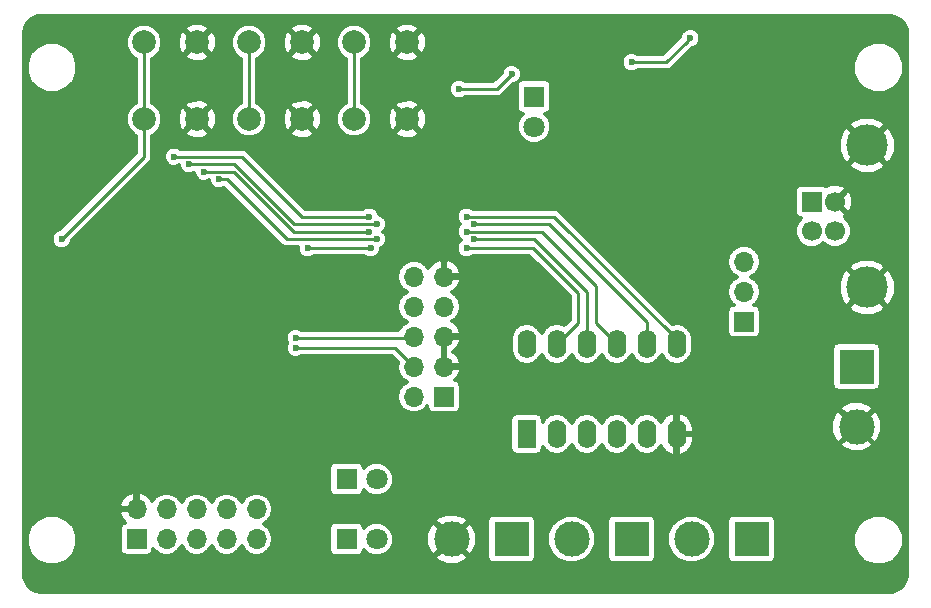
<source format=gbr>
G04 #@! TF.GenerationSoftware,KiCad,Pcbnew,(5.0.2)-1*
G04 #@! TF.CreationDate,2019-08-20T01:28:51+09:00*
G04 #@! TF.ProjectId,robocar-mainboard,726f626f-6361-4722-9d6d-61696e626f61,rev?*
G04 #@! TF.SameCoordinates,Original*
G04 #@! TF.FileFunction,Copper,L2,Bot*
G04 #@! TF.FilePolarity,Positive*
%FSLAX46Y46*%
G04 Gerber Fmt 4.6, Leading zero omitted, Abs format (unit mm)*
G04 Created by KiCad (PCBNEW (5.0.2)-1) date 2019/08/20 1:28:51*
%MOMM*%
%LPD*%
G01*
G04 APERTURE LIST*
G04 #@! TA.AperFunction,ComponentPad*
%ADD10R,1.800000X1.800000*%
G04 #@! TD*
G04 #@! TA.AperFunction,ComponentPad*
%ADD11C,1.800000*%
G04 #@! TD*
G04 #@! TA.AperFunction,ComponentPad*
%ADD12R,1.700000X1.700000*%
G04 #@! TD*
G04 #@! TA.AperFunction,ComponentPad*
%ADD13O,1.700000X1.700000*%
G04 #@! TD*
G04 #@! TA.AperFunction,ComponentPad*
%ADD14C,3.000000*%
G04 #@! TD*
G04 #@! TA.AperFunction,ComponentPad*
%ADD15R,3.000000X3.000000*%
G04 #@! TD*
G04 #@! TA.AperFunction,ComponentPad*
%ADD16C,1.700000*%
G04 #@! TD*
G04 #@! TA.AperFunction,ComponentPad*
%ADD17C,3.500000*%
G04 #@! TD*
G04 #@! TA.AperFunction,ComponentPad*
%ADD18C,2.000000*%
G04 #@! TD*
G04 #@! TA.AperFunction,ComponentPad*
%ADD19R,1.600000X2.400000*%
G04 #@! TD*
G04 #@! TA.AperFunction,ComponentPad*
%ADD20O,1.600000X2.400000*%
G04 #@! TD*
G04 #@! TA.AperFunction,ViaPad*
%ADD21C,0.600000*%
G04 #@! TD*
G04 #@! TA.AperFunction,Conductor*
%ADD22C,0.250000*%
G04 #@! TD*
G04 #@! TA.AperFunction,Conductor*
%ADD23C,0.300000*%
G04 #@! TD*
G04 APERTURE END LIST*
D10*
G04 #@! TO.P,D1,1*
G04 #@! TO.N,Net-(D1-Pad1)*
X161925000Y-89535000D03*
D11*
G04 #@! TO.P,D1,2*
G04 #@! TO.N,+3V3*
X161925000Y-92075000D03*
G04 #@! TD*
G04 #@! TO.P,D2,2*
G04 #@! TO.N,+3V3*
X148590000Y-127000000D03*
D10*
G04 #@! TO.P,D2,1*
G04 #@! TO.N,Net-(D2-Pad1)*
X146050000Y-127000000D03*
G04 #@! TD*
G04 #@! TO.P,D3,1*
G04 #@! TO.N,Net-(D3-Pad1)*
X146050000Y-121920000D03*
D11*
G04 #@! TO.P,D3,2*
G04 #@! TO.N,+3V3*
X148590000Y-121920000D03*
G04 #@! TD*
D12*
G04 #@! TO.P,J1,1*
G04 #@! TO.N,Net-(J1-Pad1)*
X179705000Y-108585000D03*
D13*
G04 #@! TO.P,J1,2*
G04 #@! TO.N,Net-(C1-Pad1)*
X179705000Y-106045000D03*
G04 #@! TO.P,J1,3*
G04 #@! TO.N,VBUS*
X179705000Y-103505000D03*
G04 #@! TD*
D14*
G04 #@! TO.P,J2,2*
G04 #@! TO.N,GND*
X189230000Y-117475000D03*
D15*
G04 #@! TO.P,J2,1*
G04 #@! TO.N,Net-(J1-Pad1)*
X189230000Y-112395000D03*
G04 #@! TD*
D12*
G04 #@! TO.P,J3,1*
G04 #@! TO.N,VBUS*
X185420000Y-98425000D03*
D16*
G04 #@! TO.P,J3,2*
G04 #@! TO.N,Net-(C5-Pad1)*
X185420000Y-100925000D03*
G04 #@! TO.P,J3,3*
G04 #@! TO.N,Net-(C6-Pad1)*
X187420000Y-100925000D03*
G04 #@! TO.P,J3,4*
G04 #@! TO.N,GND*
X187420000Y-98425000D03*
D17*
G04 #@! TO.P,J3,5*
X190130000Y-93655000D03*
X190130000Y-105695000D03*
G04 #@! TD*
D13*
G04 #@! TO.P,J4,10*
G04 #@! TO.N,/EN*
X151765000Y-104775000D03*
G04 #@! TO.P,J4,9*
G04 #@! TO.N,GND*
X154305000Y-104775000D03*
G04 #@! TO.P,J4,8*
G04 #@! TO.N,/TDI*
X151765000Y-107315000D03*
G04 #@! TO.P,J4,7*
G04 #@! TO.N,Net-(J4-Pad7)*
X154305000Y-107315000D03*
G04 #@! TO.P,J4,6*
G04 #@! TO.N,/TDO*
X151765000Y-109855000D03*
G04 #@! TO.P,J4,5*
G04 #@! TO.N,GND*
X154305000Y-109855000D03*
G04 #@! TO.P,J4,4*
G04 #@! TO.N,/TCK*
X151765000Y-112395000D03*
G04 #@! TO.P,J4,3*
G04 #@! TO.N,GND*
X154305000Y-112395000D03*
G04 #@! TO.P,J4,2*
G04 #@! TO.N,/TMS*
X151765000Y-114935000D03*
D12*
G04 #@! TO.P,J4,1*
G04 #@! TO.N,+3V3*
X154305000Y-114935000D03*
G04 #@! TD*
G04 #@! TO.P,J5,1*
G04 #@! TO.N,+3V3*
X128270000Y-127000000D03*
D13*
G04 #@! TO.P,J5,2*
G04 #@! TO.N,GND*
X128270000Y-124460000D03*
G04 #@! TO.P,J5,3*
G04 #@! TO.N,/ADC1_0*
X130810000Y-127000000D03*
G04 #@! TO.P,J5,4*
G04 #@! TO.N,/ADC1_3*
X130810000Y-124460000D03*
G04 #@! TO.P,J5,5*
G04 #@! TO.N,/ADC1_6*
X133350000Y-127000000D03*
G04 #@! TO.P,J5,6*
G04 #@! TO.N,/ADC1_7*
X133350000Y-124460000D03*
G04 #@! TO.P,J5,7*
G04 #@! TO.N,/ADC1_4*
X135890000Y-127000000D03*
G04 #@! TO.P,J5,8*
G04 #@! TO.N,Net-(J5-Pad8)*
X135890000Y-124460000D03*
G04 #@! TO.P,J5,9*
G04 #@! TO.N,Net-(J5-Pad9)*
X138430000Y-127000000D03*
G04 #@! TO.P,J5,10*
G04 #@! TO.N,Net-(J5-Pad10)*
X138430000Y-124460000D03*
G04 #@! TD*
D15*
G04 #@! TO.P,J6,1*
G04 #@! TO.N,Net-(J6-Pad1)*
X160020000Y-127000000D03*
D14*
G04 #@! TO.P,J6,2*
G04 #@! TO.N,GND*
X154940000Y-127000000D03*
G04 #@! TD*
G04 #@! TO.P,J7,2*
G04 #@! TO.N,/MotorL1*
X165100000Y-127000000D03*
D15*
G04 #@! TO.P,J7,1*
G04 #@! TO.N,/MotorL2*
X170180000Y-127000000D03*
G04 #@! TD*
G04 #@! TO.P,J8,1*
G04 #@! TO.N,/MotorR2*
X180340000Y-127000000D03*
D14*
G04 #@! TO.P,J8,2*
G04 #@! TO.N,/MotorR1*
X175260000Y-127000000D03*
G04 #@! TD*
D18*
G04 #@! TO.P,SW1,2*
G04 #@! TO.N,GND*
X133405000Y-91440000D03*
G04 #@! TO.P,SW1,1*
G04 #@! TO.N,/EN*
X128905000Y-91440000D03*
G04 #@! TO.P,SW1,2*
G04 #@! TO.N,GND*
X133405000Y-84940000D03*
G04 #@! TO.N,/EN*
X128905000Y-84940000D03*
G04 #@! TD*
G04 #@! TO.P,SW2,1*
G04 #@! TO.N,/IO0*
X137795000Y-84940000D03*
G04 #@! TO.P,SW2,2*
G04 #@! TO.N,GND*
X142295000Y-84940000D03*
G04 #@! TO.P,SW2,1*
G04 #@! TO.N,/IO0*
X137795000Y-91440000D03*
G04 #@! TO.P,SW2,2*
G04 #@! TO.N,GND*
X142295000Y-91440000D03*
G04 #@! TD*
G04 #@! TO.P,SW3,2*
G04 #@! TO.N,GND*
X151185000Y-91440000D03*
G04 #@! TO.P,SW3,1*
G04 #@! TO.N,Net-(C8-Pad1)*
X146685000Y-91440000D03*
G04 #@! TO.P,SW3,2*
G04 #@! TO.N,GND*
X151185000Y-84940000D03*
G04 #@! TO.P,SW3,1*
G04 #@! TO.N,Net-(C8-Pad1)*
X146685000Y-84940000D03*
G04 #@! TD*
D19*
G04 #@! TO.P,U4,1*
G04 #@! TO.N,Net-(J6-Pad1)*
X161290000Y-118110000D03*
D20*
G04 #@! TO.P,U4,7*
G04 #@! TO.N,/PWM2_2*
X173990000Y-110490000D03*
G04 #@! TO.P,U4,2*
G04 #@! TO.N,/MotorL1*
X163830000Y-118110000D03*
G04 #@! TO.P,U4,8*
G04 #@! TO.N,/PWM2_1*
X171450000Y-110490000D03*
G04 #@! TO.P,U4,3*
G04 #@! TO.N,/MotorL2*
X166370000Y-118110000D03*
G04 #@! TO.P,U4,9*
G04 #@! TO.N,/PWM1_2*
X168910000Y-110490000D03*
G04 #@! TO.P,U4,4*
G04 #@! TO.N,/MotorR1*
X168910000Y-118110000D03*
G04 #@! TO.P,U4,10*
G04 #@! TO.N,/PWM1_1*
X166370000Y-110490000D03*
G04 #@! TO.P,U4,5*
G04 #@! TO.N,/MotorR2*
X171450000Y-118110000D03*
G04 #@! TO.P,U4,11*
G04 #@! TO.N,/MODE*
X163830000Y-110490000D03*
G04 #@! TO.P,U4,6*
G04 #@! TO.N,GND*
X173990000Y-118110000D03*
G04 #@! TO.P,U4,12*
G04 #@! TO.N,+3V3*
X161290000Y-110490000D03*
G04 #@! TD*
D21*
G04 #@! TO.N,GND*
X172720000Y-87947500D03*
X170180000Y-88582500D03*
X177038000Y-86360000D03*
X119380000Y-117856000D03*
X138684000Y-113030000D03*
X119380000Y-97028000D03*
X171450000Y-100838000D03*
X172720000Y-100838000D03*
X169164000Y-101092000D03*
X163068000Y-107442000D03*
X164084000Y-107442000D03*
X156718000Y-91694000D03*
X181356000Y-84582000D03*
X177800000Y-99822000D03*
X137414000Y-100076000D03*
X134620000Y-101092000D03*
X141732000Y-97536000D03*
X146558000Y-97536000D03*
X149860000Y-98552000D03*
X146558000Y-108458000D03*
X176530000Y-92202000D03*
X178308000Y-93726000D03*
X123190000Y-112268000D03*
X130556000Y-112268000D03*
X130556000Y-104648000D03*
X123190000Y-104648000D03*
X135128000Y-118364000D03*
X137414000Y-115824000D03*
X149606000Y-112014000D03*
X146558000Y-115824000D03*
X144780000Y-118364000D03*
X151892000Y-117094000D03*
X139446000Y-110744000D03*
X139446000Y-105410000D03*
X140208000Y-103632000D03*
X154940000Y-130810000D03*
X160020000Y-130810000D03*
X165100000Y-130810000D03*
X170180000Y-130810000D03*
X175260000Y-130810000D03*
X180340000Y-130810000D03*
X185420000Y-130810000D03*
X190500000Y-130810000D03*
X127000000Y-130810000D03*
X124460000Y-130810000D03*
X119380000Y-94615000D03*
X119380000Y-92075000D03*
X186690000Y-83820000D03*
G04 #@! TO.N,/EN*
X121920000Y-101600000D03*
G04 #@! TO.N,Net-(C7-Pad1)*
X170179996Y-86614000D03*
X175162503Y-84581997D03*
G04 #@! TO.N,/MODE*
X156210000Y-102362000D03*
X148082002Y-102361998D03*
X142748000Y-102362000D03*
G04 #@! TO.N,/PWM2_1*
X132715000Y-95250000D03*
X156845000Y-100330000D03*
X148590000Y-100330000D03*
G04 #@! TO.N,/PWM2_2*
X131444986Y-94615000D03*
X156210000Y-99695000D03*
X147955000Y-99705000D03*
G04 #@! TO.N,/TCK*
X141732000Y-110782013D03*
G04 #@! TO.N,/TDO*
X141732002Y-109982002D03*
G04 #@! TO.N,/PWM1_1*
X135255008Y-96520000D03*
X156845000Y-101600000D03*
X148590000Y-101600000D03*
G04 #@! TO.N,/PWM1_2*
X133985000Y-95885000D03*
X156210000Y-100965000D03*
X147955000Y-100965000D03*
G04 #@! TO.N,/ESP32_TXD*
X155575000Y-88900000D03*
X160020000Y-87630000D03*
G04 #@! TD*
D22*
G04 #@! TO.N,/EN*
X128905000Y-84940000D02*
X128905000Y-91440000D01*
X122219999Y-101300001D02*
X121920000Y-101600000D01*
X128905000Y-94615000D02*
X122219999Y-101300001D01*
X128905000Y-91440000D02*
X128905000Y-94615000D01*
G04 #@! TO.N,Net-(C7-Pad1)*
X170179996Y-86614000D02*
X173130500Y-86614000D01*
X173130500Y-86614000D02*
X174862504Y-84881996D01*
X174862504Y-84881996D02*
X175162503Y-84581997D01*
G04 #@! TO.N,Net-(C8-Pad1)*
X146685000Y-84940000D02*
X146685000Y-91440000D01*
G04 #@! TO.N,/IO0*
X137795000Y-91440000D02*
X137795000Y-84940000D01*
G04 #@! TO.N,/MODE*
X148082002Y-102361998D02*
X142748002Y-102361998D01*
X142748002Y-102361998D02*
X142748000Y-102362000D01*
X165608000Y-108712000D02*
X163830000Y-110490000D01*
X165608000Y-106172000D02*
X165608000Y-108712000D01*
X156210000Y-102362000D02*
X161798000Y-102362000D01*
X161798000Y-102362000D02*
X165608000Y-106172000D01*
G04 #@! TO.N,/PWM2_1*
X141606410Y-100330000D02*
X148590000Y-100330000D01*
X136526410Y-95250000D02*
X141606410Y-100330000D01*
X132715000Y-95250000D02*
X136526410Y-95250000D01*
X171450000Y-108585000D02*
X171450000Y-110490000D01*
X156845000Y-100330000D02*
X163195000Y-100330000D01*
X163195000Y-100330000D02*
X171450000Y-108585000D01*
G04 #@! TO.N,/PWM2_2*
X173990000Y-110090000D02*
X173990000Y-110490000D01*
X163595000Y-99695000D02*
X173990000Y-110090000D01*
X156210000Y-99695000D02*
X163595000Y-99695000D01*
X147945000Y-99695000D02*
X147955000Y-99705000D01*
X142240000Y-99695000D02*
X147945000Y-99695000D01*
X131444986Y-94615000D02*
X137160000Y-94615000D01*
X137160000Y-94615000D02*
X142240000Y-99695000D01*
G04 #@! TO.N,/TCK*
X142156264Y-110782013D02*
X141732000Y-110782013D01*
X150152013Y-110782013D02*
X142156264Y-110782013D01*
X151765000Y-112395000D02*
X150152013Y-110782013D01*
G04 #@! TO.N,/TDO*
X141732000Y-109982000D02*
X141732002Y-109982002D01*
X151765000Y-109855000D02*
X151638000Y-109982000D01*
X151638000Y-109982000D02*
X141732000Y-109982000D01*
G04 #@! TO.N,/PWM1_1*
X135255008Y-96520000D02*
X135890000Y-96520000D01*
X135890000Y-96520000D02*
X140970000Y-101600000D01*
X140970000Y-101600000D02*
X148590000Y-101600000D01*
X166370000Y-106045000D02*
X166370000Y-110490000D01*
X156845000Y-101600000D02*
X161925000Y-101600000D01*
X161925000Y-101600000D02*
X166370000Y-106045000D01*
G04 #@! TO.N,/PWM1_2*
X136525000Y-95885000D02*
X141605000Y-100965000D01*
X133985000Y-95885000D02*
X136525000Y-95885000D01*
X141605000Y-100965000D02*
X147955000Y-100965000D01*
X167132000Y-108712000D02*
X168910000Y-110490000D01*
X167132000Y-105537000D02*
X167132000Y-108712000D01*
X156210000Y-100965000D02*
X162560000Y-100965000D01*
X162560000Y-100965000D02*
X167132000Y-105537000D01*
G04 #@! TO.N,/ESP32_TXD*
X155575000Y-88900000D02*
X158750000Y-88900000D01*
X158750000Y-88900000D02*
X160020000Y-87630000D01*
G04 #@! TD*
D23*
G04 #@! TO.N,GND*
G36*
X192494127Y-82766388D02*
X192847375Y-82927000D01*
X193141344Y-83180301D01*
X193352406Y-83505930D01*
X193469783Y-83898412D01*
X193485001Y-84103198D01*
X193485000Y-130035472D01*
X193423612Y-130464128D01*
X193263001Y-130817373D01*
X193009699Y-131111344D01*
X192684070Y-131322407D01*
X192291592Y-131439783D01*
X192086815Y-131455000D01*
X120154528Y-131455000D01*
X119725872Y-131393612D01*
X119372627Y-131233001D01*
X119078656Y-130979699D01*
X118867593Y-130654070D01*
X118750217Y-130261592D01*
X118735000Y-130056815D01*
X118735000Y-126652338D01*
X118960000Y-126652338D01*
X118960000Y-127507662D01*
X119287318Y-128297877D01*
X119892123Y-128902682D01*
X120682338Y-129230000D01*
X121537662Y-129230000D01*
X122327877Y-128902682D01*
X122719387Y-128511172D01*
X153575906Y-128511172D01*
X153732292Y-128839202D01*
X154528056Y-129161372D01*
X155386534Y-129154491D01*
X156147708Y-128839202D01*
X156304094Y-128511172D01*
X154940000Y-127147078D01*
X153575906Y-128511172D01*
X122719387Y-128511172D01*
X122932682Y-128297877D01*
X123260000Y-127507662D01*
X123260000Y-126652338D01*
X122932682Y-125862123D01*
X122327877Y-125257318D01*
X121537662Y-124930000D01*
X120682338Y-124930000D01*
X119892123Y-125257318D01*
X119287318Y-125862123D01*
X118960000Y-126652338D01*
X118735000Y-126652338D01*
X118735000Y-124798062D01*
X126800374Y-124798062D01*
X127041613Y-125334730D01*
X127330594Y-125607009D01*
X127205401Y-125631911D01*
X127023472Y-125753472D01*
X126901911Y-125935401D01*
X126859225Y-126150000D01*
X126859225Y-127850000D01*
X126901911Y-128064599D01*
X127023472Y-128246528D01*
X127205401Y-128368089D01*
X127420000Y-128410775D01*
X129120000Y-128410775D01*
X129334599Y-128368089D01*
X129516528Y-128246528D01*
X129638089Y-128064599D01*
X129680775Y-127850000D01*
X129680775Y-127829928D01*
X129800657Y-128009343D01*
X130263747Y-128318771D01*
X130672115Y-128400000D01*
X130947885Y-128400000D01*
X131356253Y-128318771D01*
X131819343Y-128009343D01*
X132080000Y-127619244D01*
X132340657Y-128009343D01*
X132803747Y-128318771D01*
X133212115Y-128400000D01*
X133487885Y-128400000D01*
X133896253Y-128318771D01*
X134359343Y-128009343D01*
X134620000Y-127619244D01*
X134880657Y-128009343D01*
X135343747Y-128318771D01*
X135752115Y-128400000D01*
X136027885Y-128400000D01*
X136436253Y-128318771D01*
X136899343Y-128009343D01*
X137160000Y-127619244D01*
X137420657Y-128009343D01*
X137883747Y-128318771D01*
X138292115Y-128400000D01*
X138567885Y-128400000D01*
X138976253Y-128318771D01*
X139439343Y-128009343D01*
X139748771Y-127546253D01*
X139857427Y-127000000D01*
X139748771Y-126453747D01*
X139512404Y-126100000D01*
X144589225Y-126100000D01*
X144589225Y-127900000D01*
X144631911Y-128114599D01*
X144753472Y-128296528D01*
X144935401Y-128418089D01*
X145150000Y-128460775D01*
X146950000Y-128460775D01*
X147164599Y-128418089D01*
X147346528Y-128296528D01*
X147468089Y-128114599D01*
X147498932Y-127959541D01*
X147768641Y-128229250D01*
X148301577Y-128450000D01*
X148878423Y-128450000D01*
X149411359Y-128229250D01*
X149819250Y-127821359D01*
X150040000Y-127288423D01*
X150040000Y-126711577D01*
X149988836Y-126588056D01*
X152778628Y-126588056D01*
X152785509Y-127446534D01*
X153100798Y-128207708D01*
X153428828Y-128364094D01*
X154792922Y-127000000D01*
X155087078Y-127000000D01*
X156451172Y-128364094D01*
X156779202Y-128207708D01*
X157101372Y-127411944D01*
X157094491Y-126553466D01*
X156779202Y-125792292D01*
X156451172Y-125635906D01*
X155087078Y-127000000D01*
X154792922Y-127000000D01*
X153428828Y-125635906D01*
X153100798Y-125792292D01*
X152778628Y-126588056D01*
X149988836Y-126588056D01*
X149819250Y-126178641D01*
X149411359Y-125770750D01*
X148878423Y-125550000D01*
X148301577Y-125550000D01*
X147768641Y-125770750D01*
X147498932Y-126040459D01*
X147468089Y-125885401D01*
X147346528Y-125703472D01*
X147164599Y-125581911D01*
X146950000Y-125539225D01*
X145150000Y-125539225D01*
X144935401Y-125581911D01*
X144753472Y-125703472D01*
X144631911Y-125885401D01*
X144589225Y-126100000D01*
X139512404Y-126100000D01*
X139439343Y-125990657D01*
X139049244Y-125730000D01*
X139410181Y-125488828D01*
X153575906Y-125488828D01*
X154940000Y-126852922D01*
X156292922Y-125500000D01*
X157959225Y-125500000D01*
X157959225Y-128500000D01*
X158001911Y-128714599D01*
X158123472Y-128896528D01*
X158305401Y-129018089D01*
X158520000Y-129060775D01*
X161520000Y-129060775D01*
X161734599Y-129018089D01*
X161916528Y-128896528D01*
X162038089Y-128714599D01*
X162080775Y-128500000D01*
X162080775Y-126592230D01*
X163050000Y-126592230D01*
X163050000Y-127407770D01*
X163362094Y-128161232D01*
X163938768Y-128737906D01*
X164692230Y-129050000D01*
X165507770Y-129050000D01*
X166261232Y-128737906D01*
X166837906Y-128161232D01*
X167150000Y-127407770D01*
X167150000Y-126592230D01*
X166837906Y-125838768D01*
X166499138Y-125500000D01*
X168119225Y-125500000D01*
X168119225Y-128500000D01*
X168161911Y-128714599D01*
X168283472Y-128896528D01*
X168465401Y-129018089D01*
X168680000Y-129060775D01*
X171680000Y-129060775D01*
X171894599Y-129018089D01*
X172076528Y-128896528D01*
X172198089Y-128714599D01*
X172240775Y-128500000D01*
X172240775Y-126592230D01*
X173210000Y-126592230D01*
X173210000Y-127407770D01*
X173522094Y-128161232D01*
X174098768Y-128737906D01*
X174852230Y-129050000D01*
X175667770Y-129050000D01*
X176421232Y-128737906D01*
X176997906Y-128161232D01*
X177310000Y-127407770D01*
X177310000Y-126592230D01*
X176997906Y-125838768D01*
X176659138Y-125500000D01*
X178279225Y-125500000D01*
X178279225Y-128500000D01*
X178321911Y-128714599D01*
X178443472Y-128896528D01*
X178625401Y-129018089D01*
X178840000Y-129060775D01*
X181840000Y-129060775D01*
X182054599Y-129018089D01*
X182236528Y-128896528D01*
X182358089Y-128714599D01*
X182400775Y-128500000D01*
X182400775Y-126652338D01*
X188960000Y-126652338D01*
X188960000Y-127507662D01*
X189287318Y-128297877D01*
X189892123Y-128902682D01*
X190682338Y-129230000D01*
X191537662Y-129230000D01*
X192327877Y-128902682D01*
X192932682Y-128297877D01*
X193260000Y-127507662D01*
X193260000Y-126652338D01*
X192932682Y-125862123D01*
X192327877Y-125257318D01*
X191537662Y-124930000D01*
X190682338Y-124930000D01*
X189892123Y-125257318D01*
X189287318Y-125862123D01*
X188960000Y-126652338D01*
X182400775Y-126652338D01*
X182400775Y-125500000D01*
X182358089Y-125285401D01*
X182236528Y-125103472D01*
X182054599Y-124981911D01*
X181840000Y-124939225D01*
X178840000Y-124939225D01*
X178625401Y-124981911D01*
X178443472Y-125103472D01*
X178321911Y-125285401D01*
X178279225Y-125500000D01*
X176659138Y-125500000D01*
X176421232Y-125262094D01*
X175667770Y-124950000D01*
X174852230Y-124950000D01*
X174098768Y-125262094D01*
X173522094Y-125838768D01*
X173210000Y-126592230D01*
X172240775Y-126592230D01*
X172240775Y-125500000D01*
X172198089Y-125285401D01*
X172076528Y-125103472D01*
X171894599Y-124981911D01*
X171680000Y-124939225D01*
X168680000Y-124939225D01*
X168465401Y-124981911D01*
X168283472Y-125103472D01*
X168161911Y-125285401D01*
X168119225Y-125500000D01*
X166499138Y-125500000D01*
X166261232Y-125262094D01*
X165507770Y-124950000D01*
X164692230Y-124950000D01*
X163938768Y-125262094D01*
X163362094Y-125838768D01*
X163050000Y-126592230D01*
X162080775Y-126592230D01*
X162080775Y-125500000D01*
X162038089Y-125285401D01*
X161916528Y-125103472D01*
X161734599Y-124981911D01*
X161520000Y-124939225D01*
X158520000Y-124939225D01*
X158305401Y-124981911D01*
X158123472Y-125103472D01*
X158001911Y-125285401D01*
X157959225Y-125500000D01*
X156292922Y-125500000D01*
X156304094Y-125488828D01*
X156147708Y-125160798D01*
X155351944Y-124838628D01*
X154493466Y-124845509D01*
X153732292Y-125160798D01*
X153575906Y-125488828D01*
X139410181Y-125488828D01*
X139439343Y-125469343D01*
X139748771Y-125006253D01*
X139857427Y-124460000D01*
X139748771Y-123913747D01*
X139439343Y-123450657D01*
X138976253Y-123141229D01*
X138567885Y-123060000D01*
X138292115Y-123060000D01*
X137883747Y-123141229D01*
X137420657Y-123450657D01*
X137160000Y-123840756D01*
X136899343Y-123450657D01*
X136436253Y-123141229D01*
X136027885Y-123060000D01*
X135752115Y-123060000D01*
X135343747Y-123141229D01*
X134880657Y-123450657D01*
X134620000Y-123840756D01*
X134359343Y-123450657D01*
X133896253Y-123141229D01*
X133487885Y-123060000D01*
X133212115Y-123060000D01*
X132803747Y-123141229D01*
X132340657Y-123450657D01*
X132080000Y-123840756D01*
X131819343Y-123450657D01*
X131356253Y-123141229D01*
X130947885Y-123060000D01*
X130672115Y-123060000D01*
X130263747Y-123141229D01*
X129800657Y-123450657D01*
X129583779Y-123775236D01*
X129498387Y-123585270D01*
X129070137Y-123181772D01*
X128608061Y-122990381D01*
X128374000Y-123120531D01*
X128374000Y-124356000D01*
X128394000Y-124356000D01*
X128394000Y-124564000D01*
X128374000Y-124564000D01*
X128374000Y-124584000D01*
X128166000Y-124584000D01*
X128166000Y-124564000D01*
X126930083Y-124564000D01*
X126800374Y-124798062D01*
X118735000Y-124798062D01*
X118735000Y-124121938D01*
X126800374Y-124121938D01*
X126930083Y-124356000D01*
X128166000Y-124356000D01*
X128166000Y-123120531D01*
X127931939Y-122990381D01*
X127469863Y-123181772D01*
X127041613Y-123585270D01*
X126800374Y-124121938D01*
X118735000Y-124121938D01*
X118735000Y-121020000D01*
X144589225Y-121020000D01*
X144589225Y-122820000D01*
X144631911Y-123034599D01*
X144753472Y-123216528D01*
X144935401Y-123338089D01*
X145150000Y-123380775D01*
X146950000Y-123380775D01*
X147164599Y-123338089D01*
X147346528Y-123216528D01*
X147468089Y-123034599D01*
X147498932Y-122879541D01*
X147768641Y-123149250D01*
X148301577Y-123370000D01*
X148878423Y-123370000D01*
X149411359Y-123149250D01*
X149819250Y-122741359D01*
X150040000Y-122208423D01*
X150040000Y-121631577D01*
X149819250Y-121098641D01*
X149411359Y-120690750D01*
X148878423Y-120470000D01*
X148301577Y-120470000D01*
X147768641Y-120690750D01*
X147498932Y-120960459D01*
X147468089Y-120805401D01*
X147346528Y-120623472D01*
X147164599Y-120501911D01*
X146950000Y-120459225D01*
X145150000Y-120459225D01*
X144935401Y-120501911D01*
X144753472Y-120623472D01*
X144631911Y-120805401D01*
X144589225Y-121020000D01*
X118735000Y-121020000D01*
X118735000Y-116910000D01*
X159929225Y-116910000D01*
X159929225Y-119310000D01*
X159971911Y-119524599D01*
X160093472Y-119706528D01*
X160275401Y-119828089D01*
X160490000Y-119870775D01*
X162090000Y-119870775D01*
X162304599Y-119828089D01*
X162486528Y-119706528D01*
X162608089Y-119524599D01*
X162650775Y-119310000D01*
X162650775Y-119175100D01*
X162856705Y-119483296D01*
X163303257Y-119781672D01*
X163830000Y-119886448D01*
X164356744Y-119781672D01*
X164803296Y-119483296D01*
X165100000Y-119039246D01*
X165396705Y-119483296D01*
X165843257Y-119781672D01*
X166370000Y-119886448D01*
X166896744Y-119781672D01*
X167343296Y-119483296D01*
X167640000Y-119039246D01*
X167936705Y-119483296D01*
X168383257Y-119781672D01*
X168910000Y-119886448D01*
X169436744Y-119781672D01*
X169883296Y-119483296D01*
X170180000Y-119039246D01*
X170476705Y-119483296D01*
X170923257Y-119781672D01*
X171450000Y-119886448D01*
X171976744Y-119781672D01*
X172423296Y-119483296D01*
X172669353Y-119115045D01*
X172682783Y-119164036D01*
X173032578Y-119614501D01*
X173528132Y-119896815D01*
X173659780Y-119930112D01*
X173886000Y-119799312D01*
X173886000Y-118214000D01*
X174094000Y-118214000D01*
X174094000Y-119799312D01*
X174320220Y-119930112D01*
X174451868Y-119896815D01*
X174947422Y-119614501D01*
X175297217Y-119164036D01*
X175345975Y-118986172D01*
X187865906Y-118986172D01*
X188022292Y-119314202D01*
X188818056Y-119636372D01*
X189676534Y-119629491D01*
X190437708Y-119314202D01*
X190594094Y-118986172D01*
X189230000Y-117622078D01*
X187865906Y-118986172D01*
X175345975Y-118986172D01*
X175448000Y-118614000D01*
X175448000Y-118214000D01*
X174094000Y-118214000D01*
X173886000Y-118214000D01*
X173866000Y-118214000D01*
X173866000Y-118006000D01*
X173886000Y-118006000D01*
X173886000Y-116420688D01*
X174094000Y-116420688D01*
X174094000Y-118006000D01*
X175448000Y-118006000D01*
X175448000Y-117606000D01*
X175299162Y-117063056D01*
X187068628Y-117063056D01*
X187075509Y-117921534D01*
X187390798Y-118682708D01*
X187718828Y-118839094D01*
X189082922Y-117475000D01*
X189377078Y-117475000D01*
X190741172Y-118839094D01*
X191069202Y-118682708D01*
X191391372Y-117886944D01*
X191384491Y-117028466D01*
X191069202Y-116267292D01*
X190741172Y-116110906D01*
X189377078Y-117475000D01*
X189082922Y-117475000D01*
X187718828Y-116110906D01*
X187390798Y-116267292D01*
X187068628Y-117063056D01*
X175299162Y-117063056D01*
X175297217Y-117055964D01*
X174947422Y-116605499D01*
X174451868Y-116323185D01*
X174320220Y-116289888D01*
X174094000Y-116420688D01*
X173886000Y-116420688D01*
X173659780Y-116289888D01*
X173528132Y-116323185D01*
X173032578Y-116605499D01*
X172682783Y-117055964D01*
X172669353Y-117104955D01*
X172423295Y-116736704D01*
X171976743Y-116438328D01*
X171450000Y-116333552D01*
X170923256Y-116438328D01*
X170476704Y-116736705D01*
X170180000Y-117180754D01*
X169883295Y-116736704D01*
X169436743Y-116438328D01*
X168910000Y-116333552D01*
X168383256Y-116438328D01*
X167936704Y-116736705D01*
X167640000Y-117180754D01*
X167343295Y-116736704D01*
X166896743Y-116438328D01*
X166370000Y-116333552D01*
X165843256Y-116438328D01*
X165396704Y-116736705D01*
X165100000Y-117180754D01*
X164803295Y-116736704D01*
X164356743Y-116438328D01*
X163830000Y-116333552D01*
X163303256Y-116438328D01*
X162856704Y-116736705D01*
X162650775Y-117044900D01*
X162650775Y-116910000D01*
X162608089Y-116695401D01*
X162486528Y-116513472D01*
X162304599Y-116391911D01*
X162090000Y-116349225D01*
X160490000Y-116349225D01*
X160275401Y-116391911D01*
X160093472Y-116513472D01*
X159971911Y-116695401D01*
X159929225Y-116910000D01*
X118735000Y-116910000D01*
X118735000Y-110612938D01*
X140882000Y-110612938D01*
X140882000Y-110951088D01*
X141011405Y-111263499D01*
X141250514Y-111502608D01*
X141562925Y-111632013D01*
X141901075Y-111632013D01*
X142213486Y-111502608D01*
X142259081Y-111457013D01*
X149872420Y-111457013D01*
X150416021Y-112000614D01*
X150337573Y-112395000D01*
X150446229Y-112941253D01*
X150755657Y-113404343D01*
X151145756Y-113665000D01*
X150755657Y-113925657D01*
X150446229Y-114388747D01*
X150337573Y-114935000D01*
X150446229Y-115481253D01*
X150755657Y-115944343D01*
X151218747Y-116253771D01*
X151627115Y-116335000D01*
X151902885Y-116335000D01*
X152311253Y-116253771D01*
X152774343Y-115944343D01*
X152894225Y-115764928D01*
X152894225Y-115785000D01*
X152936911Y-115999599D01*
X153058472Y-116181528D01*
X153240401Y-116303089D01*
X153455000Y-116345775D01*
X155155000Y-116345775D01*
X155369599Y-116303089D01*
X155551528Y-116181528D01*
X155673089Y-115999599D01*
X155680204Y-115963828D01*
X187865906Y-115963828D01*
X189230000Y-117327922D01*
X190594094Y-115963828D01*
X190437708Y-115635798D01*
X189641944Y-115313628D01*
X188783466Y-115320509D01*
X188022292Y-115635798D01*
X187865906Y-115963828D01*
X155680204Y-115963828D01*
X155715775Y-115785000D01*
X155715775Y-114085000D01*
X155673089Y-113870401D01*
X155551528Y-113688472D01*
X155369599Y-113566911D01*
X155254511Y-113544019D01*
X155583228Y-113195137D01*
X155774619Y-112733061D01*
X155644469Y-112499000D01*
X154409000Y-112499000D01*
X154409000Y-112519000D01*
X154201000Y-112519000D01*
X154201000Y-112499000D01*
X154181000Y-112499000D01*
X154181000Y-112291000D01*
X154201000Y-112291000D01*
X154201000Y-109959000D01*
X154409000Y-109959000D01*
X154409000Y-112291000D01*
X155644469Y-112291000D01*
X155774619Y-112056939D01*
X155583228Y-111594863D01*
X155179730Y-111166613D01*
X155087156Y-111125000D01*
X155179730Y-111083387D01*
X155583228Y-110655137D01*
X155774619Y-110193061D01*
X155644469Y-109959000D01*
X154409000Y-109959000D01*
X154201000Y-109959000D01*
X154181000Y-109959000D01*
X154181000Y-109751000D01*
X154201000Y-109751000D01*
X154201000Y-109731000D01*
X154409000Y-109731000D01*
X154409000Y-109751000D01*
X155644469Y-109751000D01*
X155774619Y-109516939D01*
X155583228Y-109054863D01*
X155179730Y-108626613D01*
X154989764Y-108541221D01*
X155314343Y-108324343D01*
X155623771Y-107861253D01*
X155732427Y-107315000D01*
X155623771Y-106768747D01*
X155314343Y-106305657D01*
X154989764Y-106088779D01*
X155179730Y-106003387D01*
X155583228Y-105575137D01*
X155774619Y-105113061D01*
X155644469Y-104879000D01*
X154409000Y-104879000D01*
X154409000Y-104899000D01*
X154201000Y-104899000D01*
X154201000Y-104879000D01*
X154181000Y-104879000D01*
X154181000Y-104671000D01*
X154201000Y-104671000D01*
X154201000Y-103435083D01*
X154409000Y-103435083D01*
X154409000Y-104671000D01*
X155644469Y-104671000D01*
X155774619Y-104436939D01*
X155583228Y-103974863D01*
X155179730Y-103546613D01*
X154643062Y-103305374D01*
X154409000Y-103435083D01*
X154201000Y-103435083D01*
X153966938Y-103305374D01*
X153430270Y-103546613D01*
X153026772Y-103974863D01*
X152983667Y-104078931D01*
X152774343Y-103765657D01*
X152311253Y-103456229D01*
X151902885Y-103375000D01*
X151627115Y-103375000D01*
X151218747Y-103456229D01*
X150755657Y-103765657D01*
X150446229Y-104228747D01*
X150337573Y-104775000D01*
X150446229Y-105321253D01*
X150755657Y-105784343D01*
X151145756Y-106045000D01*
X150755657Y-106305657D01*
X150446229Y-106768747D01*
X150337573Y-107315000D01*
X150446229Y-107861253D01*
X150755657Y-108324343D01*
X151145756Y-108585000D01*
X150755657Y-108845657D01*
X150447396Y-109307000D01*
X142259081Y-109307000D01*
X142213488Y-109261407D01*
X141901077Y-109132002D01*
X141562927Y-109132002D01*
X141250516Y-109261407D01*
X141011407Y-109500516D01*
X140882002Y-109812927D01*
X140882002Y-110151077D01*
X140977656Y-110382005D01*
X140882000Y-110612938D01*
X118735000Y-110612938D01*
X118735000Y-101430925D01*
X121070000Y-101430925D01*
X121070000Y-101769075D01*
X121199405Y-102081486D01*
X121438514Y-102320595D01*
X121750925Y-102450000D01*
X122089075Y-102450000D01*
X122401486Y-102320595D01*
X122640595Y-102081486D01*
X122770000Y-101769075D01*
X122770000Y-101704593D01*
X129335286Y-95139307D01*
X129391648Y-95101648D01*
X129540836Y-94878372D01*
X129563715Y-94763352D01*
X129593224Y-94615001D01*
X129580000Y-94548520D01*
X129580000Y-94445925D01*
X130594986Y-94445925D01*
X130594986Y-94784075D01*
X130724391Y-95096486D01*
X130963500Y-95335595D01*
X131275911Y-95465000D01*
X131614061Y-95465000D01*
X131865000Y-95361058D01*
X131865000Y-95419075D01*
X131994405Y-95731486D01*
X132233514Y-95970595D01*
X132545925Y-96100000D01*
X132884075Y-96100000D01*
X133135000Y-95996063D01*
X133135000Y-96054075D01*
X133264405Y-96366486D01*
X133503514Y-96605595D01*
X133815925Y-96735000D01*
X134154075Y-96735000D01*
X134405008Y-96631060D01*
X134405008Y-96689075D01*
X134534413Y-97001486D01*
X134773522Y-97240595D01*
X135085933Y-97370000D01*
X135424083Y-97370000D01*
X135679578Y-97264171D01*
X140445693Y-102030286D01*
X140483352Y-102086648D01*
X140632386Y-102186229D01*
X140706628Y-102235836D01*
X140970000Y-102288224D01*
X141036481Y-102275000D01*
X141898000Y-102275000D01*
X141898000Y-102531075D01*
X142027405Y-102843486D01*
X142266514Y-103082595D01*
X142578925Y-103212000D01*
X142917075Y-103212000D01*
X143229486Y-103082595D01*
X143275083Y-103036998D01*
X147554921Y-103036998D01*
X147600516Y-103082593D01*
X147912927Y-103211998D01*
X148251077Y-103211998D01*
X148563488Y-103082593D01*
X148802597Y-102843484D01*
X148932002Y-102531073D01*
X148932002Y-102378371D01*
X149071486Y-102320595D01*
X149310595Y-102081486D01*
X149440000Y-101769075D01*
X149440000Y-101430925D01*
X149310595Y-101118514D01*
X149157081Y-100965000D01*
X149310595Y-100811486D01*
X149440000Y-100499075D01*
X149440000Y-100160925D01*
X149310595Y-99848514D01*
X149071486Y-99609405D01*
X148869948Y-99525925D01*
X155360000Y-99525925D01*
X155360000Y-99864075D01*
X155489405Y-100176486D01*
X155642919Y-100330000D01*
X155489405Y-100483514D01*
X155360000Y-100795925D01*
X155360000Y-101134075D01*
X155489405Y-101446486D01*
X155706419Y-101663500D01*
X155489405Y-101880514D01*
X155360000Y-102192925D01*
X155360000Y-102531075D01*
X155489405Y-102843486D01*
X155728514Y-103082595D01*
X156040925Y-103212000D01*
X156379075Y-103212000D01*
X156691486Y-103082595D01*
X156737081Y-103037000D01*
X161518407Y-103037000D01*
X164933000Y-106451594D01*
X164933001Y-108432405D01*
X164470841Y-108894566D01*
X164356743Y-108818328D01*
X163830000Y-108713552D01*
X163303256Y-108818328D01*
X162856704Y-109116705D01*
X162560000Y-109560754D01*
X162263295Y-109116704D01*
X161816743Y-108818328D01*
X161290000Y-108713552D01*
X160763256Y-108818328D01*
X160316704Y-109116705D01*
X160018328Y-109563257D01*
X159940000Y-109957038D01*
X159940000Y-111022963D01*
X160018328Y-111416744D01*
X160316705Y-111863296D01*
X160763257Y-112161672D01*
X161290000Y-112266448D01*
X161816744Y-112161672D01*
X162263296Y-111863296D01*
X162560000Y-111419246D01*
X162856705Y-111863296D01*
X163303257Y-112161672D01*
X163830000Y-112266448D01*
X164356744Y-112161672D01*
X164803296Y-111863296D01*
X165100000Y-111419246D01*
X165396705Y-111863296D01*
X165843257Y-112161672D01*
X166370000Y-112266448D01*
X166896744Y-112161672D01*
X167343296Y-111863296D01*
X167640000Y-111419246D01*
X167936705Y-111863296D01*
X168383257Y-112161672D01*
X168910000Y-112266448D01*
X169436744Y-112161672D01*
X169883296Y-111863296D01*
X170180000Y-111419246D01*
X170476705Y-111863296D01*
X170923257Y-112161672D01*
X171450000Y-112266448D01*
X171976744Y-112161672D01*
X172423296Y-111863296D01*
X172720000Y-111419246D01*
X173016705Y-111863296D01*
X173463257Y-112161672D01*
X173990000Y-112266448D01*
X174516744Y-112161672D01*
X174963296Y-111863296D01*
X175261672Y-111416744D01*
X175340000Y-111022962D01*
X175340000Y-110895000D01*
X187169225Y-110895000D01*
X187169225Y-113895000D01*
X187211911Y-114109599D01*
X187333472Y-114291528D01*
X187515401Y-114413089D01*
X187730000Y-114455775D01*
X190730000Y-114455775D01*
X190944599Y-114413089D01*
X191126528Y-114291528D01*
X191248089Y-114109599D01*
X191290775Y-113895000D01*
X191290775Y-110895000D01*
X191248089Y-110680401D01*
X191126528Y-110498472D01*
X190944599Y-110376911D01*
X190730000Y-110334225D01*
X187730000Y-110334225D01*
X187515401Y-110376911D01*
X187333472Y-110498472D01*
X187211911Y-110680401D01*
X187169225Y-110895000D01*
X175340000Y-110895000D01*
X175340000Y-109957037D01*
X175261672Y-109563256D01*
X174963295Y-109116704D01*
X174516743Y-108818328D01*
X173990000Y-108713552D01*
X173638136Y-108783542D01*
X168359594Y-103505000D01*
X178277573Y-103505000D01*
X178386229Y-104051253D01*
X178695657Y-104514343D01*
X179085756Y-104775000D01*
X178695657Y-105035657D01*
X178386229Y-105498747D01*
X178277573Y-106045000D01*
X178386229Y-106591253D01*
X178695657Y-107054343D01*
X178875072Y-107174225D01*
X178855000Y-107174225D01*
X178640401Y-107216911D01*
X178458472Y-107338472D01*
X178336911Y-107520401D01*
X178294225Y-107735000D01*
X178294225Y-109435000D01*
X178336911Y-109649599D01*
X178458472Y-109831528D01*
X178640401Y-109953089D01*
X178855000Y-109995775D01*
X180555000Y-109995775D01*
X180769599Y-109953089D01*
X180951528Y-109831528D01*
X181073089Y-109649599D01*
X181115775Y-109435000D01*
X181115775Y-107735000D01*
X181073089Y-107520401D01*
X180983701Y-107386621D01*
X188585457Y-107386621D01*
X188772317Y-107740626D01*
X189658491Y-108104475D01*
X190616449Y-108101503D01*
X191487683Y-107740626D01*
X191674543Y-107386621D01*
X190130000Y-105842078D01*
X188585457Y-107386621D01*
X180983701Y-107386621D01*
X180951528Y-107338472D01*
X180769599Y-107216911D01*
X180555000Y-107174225D01*
X180534928Y-107174225D01*
X180714343Y-107054343D01*
X181023771Y-106591253D01*
X181132427Y-106045000D01*
X181023771Y-105498747D01*
X180839851Y-105223491D01*
X187720525Y-105223491D01*
X187723497Y-106181449D01*
X188084374Y-107052683D01*
X188438379Y-107239543D01*
X189982922Y-105695000D01*
X190277078Y-105695000D01*
X191821621Y-107239543D01*
X192175626Y-107052683D01*
X192539475Y-106166509D01*
X192536503Y-105208551D01*
X192175626Y-104337317D01*
X191821621Y-104150457D01*
X190277078Y-105695000D01*
X189982922Y-105695000D01*
X188438379Y-104150457D01*
X188084374Y-104337317D01*
X187720525Y-105223491D01*
X180839851Y-105223491D01*
X180714343Y-105035657D01*
X180324244Y-104775000D01*
X180714343Y-104514343D01*
X181023771Y-104051253D01*
X181033293Y-104003379D01*
X188585457Y-104003379D01*
X190130000Y-105547922D01*
X191674543Y-104003379D01*
X191487683Y-103649374D01*
X190601509Y-103285525D01*
X189643551Y-103288497D01*
X188772317Y-103649374D01*
X188585457Y-104003379D01*
X181033293Y-104003379D01*
X181132427Y-103505000D01*
X181023771Y-102958747D01*
X180714343Y-102495657D01*
X180251253Y-102186229D01*
X179842885Y-102105000D01*
X179567115Y-102105000D01*
X179158747Y-102186229D01*
X178695657Y-102495657D01*
X178386229Y-102958747D01*
X178277573Y-103505000D01*
X168359594Y-103505000D01*
X164119309Y-99264716D01*
X164081648Y-99208352D01*
X163858372Y-99059164D01*
X163661481Y-99020000D01*
X163595000Y-99006776D01*
X163528519Y-99020000D01*
X156737081Y-99020000D01*
X156691486Y-98974405D01*
X156379075Y-98845000D01*
X156040925Y-98845000D01*
X155728514Y-98974405D01*
X155489405Y-99213514D01*
X155360000Y-99525925D01*
X148869948Y-99525925D01*
X148786549Y-99491380D01*
X148675595Y-99223514D01*
X148436486Y-98984405D01*
X148124075Y-98855000D01*
X147785925Y-98855000D01*
X147473514Y-98984405D01*
X147437919Y-99020000D01*
X142519594Y-99020000D01*
X141074594Y-97575000D01*
X184009225Y-97575000D01*
X184009225Y-99275000D01*
X184051911Y-99489599D01*
X184173472Y-99671528D01*
X184355401Y-99793089D01*
X184536073Y-99829027D01*
X184233137Y-100131963D01*
X184020000Y-100646523D01*
X184020000Y-101203477D01*
X184233137Y-101718037D01*
X184626963Y-102111863D01*
X185141523Y-102325000D01*
X185698477Y-102325000D01*
X186213037Y-102111863D01*
X186420000Y-101904900D01*
X186626963Y-102111863D01*
X187141523Y-102325000D01*
X187698477Y-102325000D01*
X188213037Y-102111863D01*
X188606863Y-101718037D01*
X188820000Y-101203477D01*
X188820000Y-100646523D01*
X188606863Y-100131963D01*
X188213037Y-99738137D01*
X188212060Y-99737732D01*
X188237538Y-99727179D01*
X188314560Y-99466638D01*
X187420000Y-98572078D01*
X187405858Y-98586221D01*
X187258780Y-98439143D01*
X187272922Y-98425000D01*
X187567078Y-98425000D01*
X188461638Y-99319560D01*
X188722179Y-99242538D01*
X188935915Y-98681985D01*
X188918866Y-98082307D01*
X188722179Y-97607462D01*
X188461638Y-97530440D01*
X187567078Y-98425000D01*
X187272922Y-98425000D01*
X187258780Y-98410858D01*
X187405858Y-98263780D01*
X187420000Y-98277922D01*
X188314560Y-97383362D01*
X188237538Y-97122821D01*
X187676985Y-96909085D01*
X187077307Y-96926134D01*
X186602462Y-97122821D01*
X186599291Y-97133546D01*
X186484599Y-97056911D01*
X186270000Y-97014225D01*
X184570000Y-97014225D01*
X184355401Y-97056911D01*
X184173472Y-97178472D01*
X184051911Y-97360401D01*
X184009225Y-97575000D01*
X141074594Y-97575000D01*
X138846215Y-95346621D01*
X188585457Y-95346621D01*
X188772317Y-95700626D01*
X189658491Y-96064475D01*
X190616449Y-96061503D01*
X191487683Y-95700626D01*
X191674543Y-95346621D01*
X190130000Y-93802078D01*
X188585457Y-95346621D01*
X138846215Y-95346621D01*
X137684309Y-94184716D01*
X137646648Y-94128352D01*
X137423372Y-93979164D01*
X137226481Y-93940000D01*
X137160000Y-93926776D01*
X137093519Y-93940000D01*
X131972067Y-93940000D01*
X131926472Y-93894405D01*
X131614061Y-93765000D01*
X131275911Y-93765000D01*
X130963500Y-93894405D01*
X130724391Y-94133514D01*
X130594986Y-94445925D01*
X129580000Y-94445925D01*
X129580000Y-92838113D01*
X129783004Y-92754026D01*
X129946967Y-92590063D01*
X132402016Y-92590063D01*
X132497379Y-92866168D01*
X133112239Y-93104939D01*
X133771668Y-93090238D01*
X134312621Y-92866168D01*
X134407984Y-92590063D01*
X133405000Y-91587078D01*
X132402016Y-92590063D01*
X129946967Y-92590063D01*
X130219026Y-92318004D01*
X130455000Y-91748314D01*
X130455000Y-91147239D01*
X131740061Y-91147239D01*
X131754762Y-91806668D01*
X131978832Y-92347621D01*
X132254937Y-92442984D01*
X133257922Y-91440000D01*
X133552078Y-91440000D01*
X134555063Y-92442984D01*
X134831168Y-92347621D01*
X135069939Y-91732761D01*
X135055238Y-91073332D01*
X134831168Y-90532379D01*
X134555063Y-90437016D01*
X133552078Y-91440000D01*
X133257922Y-91440000D01*
X132254937Y-90437016D01*
X131978832Y-90532379D01*
X131740061Y-91147239D01*
X130455000Y-91147239D01*
X130455000Y-91131686D01*
X130219026Y-90561996D01*
X129946967Y-90289937D01*
X132402016Y-90289937D01*
X133405000Y-91292922D01*
X134407984Y-90289937D01*
X134312621Y-90013832D01*
X133697761Y-89775061D01*
X133038332Y-89789762D01*
X132497379Y-90013832D01*
X132402016Y-90289937D01*
X129946967Y-90289937D01*
X129783004Y-90125974D01*
X129580000Y-90041887D01*
X129580000Y-86338113D01*
X129783004Y-86254026D01*
X129946967Y-86090063D01*
X132402016Y-86090063D01*
X132497379Y-86366168D01*
X133112239Y-86604939D01*
X133771668Y-86590238D01*
X134312621Y-86366168D01*
X134407984Y-86090063D01*
X133405000Y-85087078D01*
X132402016Y-86090063D01*
X129946967Y-86090063D01*
X130219026Y-85818004D01*
X130455000Y-85248314D01*
X130455000Y-84647239D01*
X131740061Y-84647239D01*
X131754762Y-85306668D01*
X131978832Y-85847621D01*
X132254937Y-85942984D01*
X133257922Y-84940000D01*
X133552078Y-84940000D01*
X134555063Y-85942984D01*
X134831168Y-85847621D01*
X135069939Y-85232761D01*
X135056539Y-84631686D01*
X136245000Y-84631686D01*
X136245000Y-85248314D01*
X136480974Y-85818004D01*
X136916996Y-86254026D01*
X137120001Y-86338114D01*
X137120000Y-90041887D01*
X136916996Y-90125974D01*
X136480974Y-90561996D01*
X136245000Y-91131686D01*
X136245000Y-91748314D01*
X136480974Y-92318004D01*
X136916996Y-92754026D01*
X137486686Y-92990000D01*
X138103314Y-92990000D01*
X138673004Y-92754026D01*
X138836967Y-92590063D01*
X141292016Y-92590063D01*
X141387379Y-92866168D01*
X142002239Y-93104939D01*
X142661668Y-93090238D01*
X143202621Y-92866168D01*
X143297984Y-92590063D01*
X142295000Y-91587078D01*
X141292016Y-92590063D01*
X138836967Y-92590063D01*
X139109026Y-92318004D01*
X139345000Y-91748314D01*
X139345000Y-91147239D01*
X140630061Y-91147239D01*
X140644762Y-91806668D01*
X140868832Y-92347621D01*
X141144937Y-92442984D01*
X142147922Y-91440000D01*
X142442078Y-91440000D01*
X143445063Y-92442984D01*
X143721168Y-92347621D01*
X143959939Y-91732761D01*
X143945238Y-91073332D01*
X143721168Y-90532379D01*
X143445063Y-90437016D01*
X142442078Y-91440000D01*
X142147922Y-91440000D01*
X141144937Y-90437016D01*
X140868832Y-90532379D01*
X140630061Y-91147239D01*
X139345000Y-91147239D01*
X139345000Y-91131686D01*
X139109026Y-90561996D01*
X138836967Y-90289937D01*
X141292016Y-90289937D01*
X142295000Y-91292922D01*
X143297984Y-90289937D01*
X143202621Y-90013832D01*
X142587761Y-89775061D01*
X141928332Y-89789762D01*
X141387379Y-90013832D01*
X141292016Y-90289937D01*
X138836967Y-90289937D01*
X138673004Y-90125974D01*
X138470000Y-90041887D01*
X138470000Y-86338113D01*
X138673004Y-86254026D01*
X138836967Y-86090063D01*
X141292016Y-86090063D01*
X141387379Y-86366168D01*
X142002239Y-86604939D01*
X142661668Y-86590238D01*
X143202621Y-86366168D01*
X143297984Y-86090063D01*
X142295000Y-85087078D01*
X141292016Y-86090063D01*
X138836967Y-86090063D01*
X139109026Y-85818004D01*
X139345000Y-85248314D01*
X139345000Y-84647239D01*
X140630061Y-84647239D01*
X140644762Y-85306668D01*
X140868832Y-85847621D01*
X141144937Y-85942984D01*
X142147922Y-84940000D01*
X142442078Y-84940000D01*
X143445063Y-85942984D01*
X143721168Y-85847621D01*
X143959939Y-85232761D01*
X143946539Y-84631686D01*
X145135000Y-84631686D01*
X145135000Y-85248314D01*
X145370974Y-85818004D01*
X145806996Y-86254026D01*
X146010000Y-86338113D01*
X146010001Y-90041886D01*
X145806996Y-90125974D01*
X145370974Y-90561996D01*
X145135000Y-91131686D01*
X145135000Y-91748314D01*
X145370974Y-92318004D01*
X145806996Y-92754026D01*
X146376686Y-92990000D01*
X146993314Y-92990000D01*
X147563004Y-92754026D01*
X147726967Y-92590063D01*
X150182016Y-92590063D01*
X150277379Y-92866168D01*
X150892239Y-93104939D01*
X151551668Y-93090238D01*
X152092621Y-92866168D01*
X152187984Y-92590063D01*
X151185000Y-91587078D01*
X150182016Y-92590063D01*
X147726967Y-92590063D01*
X147999026Y-92318004D01*
X148235000Y-91748314D01*
X148235000Y-91147239D01*
X149520061Y-91147239D01*
X149534762Y-91806668D01*
X149758832Y-92347621D01*
X150034937Y-92442984D01*
X151037922Y-91440000D01*
X151332078Y-91440000D01*
X152335063Y-92442984D01*
X152611168Y-92347621D01*
X152849939Y-91732761D01*
X152835238Y-91073332D01*
X152611168Y-90532379D01*
X152335063Y-90437016D01*
X151332078Y-91440000D01*
X151037922Y-91440000D01*
X150034937Y-90437016D01*
X149758832Y-90532379D01*
X149520061Y-91147239D01*
X148235000Y-91147239D01*
X148235000Y-91131686D01*
X147999026Y-90561996D01*
X147726967Y-90289937D01*
X150182016Y-90289937D01*
X151185000Y-91292922D01*
X152187984Y-90289937D01*
X152092621Y-90013832D01*
X151477761Y-89775061D01*
X150818332Y-89789762D01*
X150277379Y-90013832D01*
X150182016Y-90289937D01*
X147726967Y-90289937D01*
X147563004Y-90125974D01*
X147360000Y-90041887D01*
X147360000Y-88730925D01*
X154725000Y-88730925D01*
X154725000Y-89069075D01*
X154854405Y-89381486D01*
X155093514Y-89620595D01*
X155405925Y-89750000D01*
X155744075Y-89750000D01*
X156056486Y-89620595D01*
X156102081Y-89575000D01*
X158683519Y-89575000D01*
X158750000Y-89588224D01*
X158816481Y-89575000D01*
X159013372Y-89535836D01*
X159236648Y-89386648D01*
X159274309Y-89330284D01*
X159969593Y-88635000D01*
X160464225Y-88635000D01*
X160464225Y-90435000D01*
X160506911Y-90649599D01*
X160628472Y-90831528D01*
X160810401Y-90953089D01*
X160965459Y-90983932D01*
X160695750Y-91253641D01*
X160475000Y-91786577D01*
X160475000Y-92363423D01*
X160695750Y-92896359D01*
X161103641Y-93304250D01*
X161636577Y-93525000D01*
X162213423Y-93525000D01*
X162746359Y-93304250D01*
X162867118Y-93183491D01*
X187720525Y-93183491D01*
X187723497Y-94141449D01*
X188084374Y-95012683D01*
X188438379Y-95199543D01*
X189982922Y-93655000D01*
X190277078Y-93655000D01*
X191821621Y-95199543D01*
X192175626Y-95012683D01*
X192539475Y-94126509D01*
X192536503Y-93168551D01*
X192175626Y-92297317D01*
X191821621Y-92110457D01*
X190277078Y-93655000D01*
X189982922Y-93655000D01*
X188438379Y-92110457D01*
X188084374Y-92297317D01*
X187720525Y-93183491D01*
X162867118Y-93183491D01*
X163154250Y-92896359D01*
X163375000Y-92363423D01*
X163375000Y-91963379D01*
X188585457Y-91963379D01*
X190130000Y-93507922D01*
X191674543Y-91963379D01*
X191487683Y-91609374D01*
X190601509Y-91245525D01*
X189643551Y-91248497D01*
X188772317Y-91609374D01*
X188585457Y-91963379D01*
X163375000Y-91963379D01*
X163375000Y-91786577D01*
X163154250Y-91253641D01*
X162884541Y-90983932D01*
X163039599Y-90953089D01*
X163221528Y-90831528D01*
X163343089Y-90649599D01*
X163385775Y-90435000D01*
X163385775Y-88635000D01*
X163343089Y-88420401D01*
X163221528Y-88238472D01*
X163039599Y-88116911D01*
X162825000Y-88074225D01*
X161025000Y-88074225D01*
X160810401Y-88116911D01*
X160628472Y-88238472D01*
X160506911Y-88420401D01*
X160464225Y-88635000D01*
X159969593Y-88635000D01*
X160124594Y-88480000D01*
X160189075Y-88480000D01*
X160501486Y-88350595D01*
X160740595Y-88111486D01*
X160870000Y-87799075D01*
X160870000Y-87460925D01*
X160740595Y-87148514D01*
X160501486Y-86909405D01*
X160189075Y-86780000D01*
X159850925Y-86780000D01*
X159538514Y-86909405D01*
X159299405Y-87148514D01*
X159170000Y-87460925D01*
X159170000Y-87525406D01*
X158470407Y-88225000D01*
X156102081Y-88225000D01*
X156056486Y-88179405D01*
X155744075Y-88050000D01*
X155405925Y-88050000D01*
X155093514Y-88179405D01*
X154854405Y-88418514D01*
X154725000Y-88730925D01*
X147360000Y-88730925D01*
X147360000Y-86338113D01*
X147563004Y-86254026D01*
X147726967Y-86090063D01*
X150182016Y-86090063D01*
X150277379Y-86366168D01*
X150892239Y-86604939D01*
X151551668Y-86590238D01*
X151902484Y-86444925D01*
X169329996Y-86444925D01*
X169329996Y-86783075D01*
X169459401Y-87095486D01*
X169698510Y-87334595D01*
X170010921Y-87464000D01*
X170349071Y-87464000D01*
X170661482Y-87334595D01*
X170707077Y-87289000D01*
X173064019Y-87289000D01*
X173130500Y-87302224D01*
X173196981Y-87289000D01*
X173393872Y-87249836D01*
X173617148Y-87100648D01*
X173654809Y-87044284D01*
X174046755Y-86652338D01*
X188960000Y-86652338D01*
X188960000Y-87507662D01*
X189287318Y-88297877D01*
X189892123Y-88902682D01*
X190682338Y-89230000D01*
X191537662Y-89230000D01*
X192327877Y-88902682D01*
X192932682Y-88297877D01*
X193260000Y-87507662D01*
X193260000Y-86652338D01*
X192932682Y-85862123D01*
X192327877Y-85257318D01*
X191537662Y-84930000D01*
X190682338Y-84930000D01*
X189892123Y-85257318D01*
X189287318Y-85862123D01*
X188960000Y-86652338D01*
X174046755Y-86652338D01*
X175267097Y-85431997D01*
X175331578Y-85431997D01*
X175643989Y-85302592D01*
X175883098Y-85063483D01*
X176012503Y-84751072D01*
X176012503Y-84412922D01*
X175883098Y-84100511D01*
X175643989Y-83861402D01*
X175331578Y-83731997D01*
X174993428Y-83731997D01*
X174681017Y-83861402D01*
X174441908Y-84100511D01*
X174312503Y-84412922D01*
X174312503Y-84477403D01*
X172850907Y-85939000D01*
X170707077Y-85939000D01*
X170661482Y-85893405D01*
X170349071Y-85764000D01*
X170010921Y-85764000D01*
X169698510Y-85893405D01*
X169459401Y-86132514D01*
X169329996Y-86444925D01*
X151902484Y-86444925D01*
X152092621Y-86366168D01*
X152187984Y-86090063D01*
X151185000Y-85087078D01*
X150182016Y-86090063D01*
X147726967Y-86090063D01*
X147999026Y-85818004D01*
X148235000Y-85248314D01*
X148235000Y-84647239D01*
X149520061Y-84647239D01*
X149534762Y-85306668D01*
X149758832Y-85847621D01*
X150034937Y-85942984D01*
X151037922Y-84940000D01*
X151332078Y-84940000D01*
X152335063Y-85942984D01*
X152611168Y-85847621D01*
X152849939Y-85232761D01*
X152835238Y-84573332D01*
X152611168Y-84032379D01*
X152335063Y-83937016D01*
X151332078Y-84940000D01*
X151037922Y-84940000D01*
X150034937Y-83937016D01*
X149758832Y-84032379D01*
X149520061Y-84647239D01*
X148235000Y-84647239D01*
X148235000Y-84631686D01*
X147999026Y-84061996D01*
X147726967Y-83789937D01*
X150182016Y-83789937D01*
X151185000Y-84792922D01*
X152187984Y-83789937D01*
X152092621Y-83513832D01*
X151477761Y-83275061D01*
X150818332Y-83289762D01*
X150277379Y-83513832D01*
X150182016Y-83789937D01*
X147726967Y-83789937D01*
X147563004Y-83625974D01*
X146993314Y-83390000D01*
X146376686Y-83390000D01*
X145806996Y-83625974D01*
X145370974Y-84061996D01*
X145135000Y-84631686D01*
X143946539Y-84631686D01*
X143945238Y-84573332D01*
X143721168Y-84032379D01*
X143445063Y-83937016D01*
X142442078Y-84940000D01*
X142147922Y-84940000D01*
X141144937Y-83937016D01*
X140868832Y-84032379D01*
X140630061Y-84647239D01*
X139345000Y-84647239D01*
X139345000Y-84631686D01*
X139109026Y-84061996D01*
X138836967Y-83789937D01*
X141292016Y-83789937D01*
X142295000Y-84792922D01*
X143297984Y-83789937D01*
X143202621Y-83513832D01*
X142587761Y-83275061D01*
X141928332Y-83289762D01*
X141387379Y-83513832D01*
X141292016Y-83789937D01*
X138836967Y-83789937D01*
X138673004Y-83625974D01*
X138103314Y-83390000D01*
X137486686Y-83390000D01*
X136916996Y-83625974D01*
X136480974Y-84061996D01*
X136245000Y-84631686D01*
X135056539Y-84631686D01*
X135055238Y-84573332D01*
X134831168Y-84032379D01*
X134555063Y-83937016D01*
X133552078Y-84940000D01*
X133257922Y-84940000D01*
X132254937Y-83937016D01*
X131978832Y-84032379D01*
X131740061Y-84647239D01*
X130455000Y-84647239D01*
X130455000Y-84631686D01*
X130219026Y-84061996D01*
X129946967Y-83789937D01*
X132402016Y-83789937D01*
X133405000Y-84792922D01*
X134407984Y-83789937D01*
X134312621Y-83513832D01*
X133697761Y-83275061D01*
X133038332Y-83289762D01*
X132497379Y-83513832D01*
X132402016Y-83789937D01*
X129946967Y-83789937D01*
X129783004Y-83625974D01*
X129213314Y-83390000D01*
X128596686Y-83390000D01*
X128026996Y-83625974D01*
X127590974Y-84061996D01*
X127355000Y-84631686D01*
X127355000Y-85248314D01*
X127590974Y-85818004D01*
X128026996Y-86254026D01*
X128230000Y-86338113D01*
X128230001Y-90041886D01*
X128026996Y-90125974D01*
X127590974Y-90561996D01*
X127355000Y-91131686D01*
X127355000Y-91748314D01*
X127590974Y-92318004D01*
X128026996Y-92754026D01*
X128230000Y-92838113D01*
X128230001Y-94335405D01*
X121815407Y-100750000D01*
X121750925Y-100750000D01*
X121438514Y-100879405D01*
X121199405Y-101118514D01*
X121070000Y-101430925D01*
X118735000Y-101430925D01*
X118735000Y-86652338D01*
X118960000Y-86652338D01*
X118960000Y-87507662D01*
X119287318Y-88297877D01*
X119892123Y-88902682D01*
X120682338Y-89230000D01*
X121537662Y-89230000D01*
X122327877Y-88902682D01*
X122932682Y-88297877D01*
X123260000Y-87507662D01*
X123260000Y-86652338D01*
X122932682Y-85862123D01*
X122327877Y-85257318D01*
X121537662Y-84930000D01*
X120682338Y-84930000D01*
X119892123Y-85257318D01*
X119287318Y-85862123D01*
X118960000Y-86652338D01*
X118735000Y-86652338D01*
X118735000Y-84124528D01*
X118796388Y-83695873D01*
X118957000Y-83342625D01*
X119210301Y-83048656D01*
X119535930Y-82837594D01*
X119928412Y-82720217D01*
X120133185Y-82705000D01*
X192065472Y-82705000D01*
X192494127Y-82766388D01*
X192494127Y-82766388D01*
G37*
X192494127Y-82766388D02*
X192847375Y-82927000D01*
X193141344Y-83180301D01*
X193352406Y-83505930D01*
X193469783Y-83898412D01*
X193485001Y-84103198D01*
X193485000Y-130035472D01*
X193423612Y-130464128D01*
X193263001Y-130817373D01*
X193009699Y-131111344D01*
X192684070Y-131322407D01*
X192291592Y-131439783D01*
X192086815Y-131455000D01*
X120154528Y-131455000D01*
X119725872Y-131393612D01*
X119372627Y-131233001D01*
X119078656Y-130979699D01*
X118867593Y-130654070D01*
X118750217Y-130261592D01*
X118735000Y-130056815D01*
X118735000Y-126652338D01*
X118960000Y-126652338D01*
X118960000Y-127507662D01*
X119287318Y-128297877D01*
X119892123Y-128902682D01*
X120682338Y-129230000D01*
X121537662Y-129230000D01*
X122327877Y-128902682D01*
X122719387Y-128511172D01*
X153575906Y-128511172D01*
X153732292Y-128839202D01*
X154528056Y-129161372D01*
X155386534Y-129154491D01*
X156147708Y-128839202D01*
X156304094Y-128511172D01*
X154940000Y-127147078D01*
X153575906Y-128511172D01*
X122719387Y-128511172D01*
X122932682Y-128297877D01*
X123260000Y-127507662D01*
X123260000Y-126652338D01*
X122932682Y-125862123D01*
X122327877Y-125257318D01*
X121537662Y-124930000D01*
X120682338Y-124930000D01*
X119892123Y-125257318D01*
X119287318Y-125862123D01*
X118960000Y-126652338D01*
X118735000Y-126652338D01*
X118735000Y-124798062D01*
X126800374Y-124798062D01*
X127041613Y-125334730D01*
X127330594Y-125607009D01*
X127205401Y-125631911D01*
X127023472Y-125753472D01*
X126901911Y-125935401D01*
X126859225Y-126150000D01*
X126859225Y-127850000D01*
X126901911Y-128064599D01*
X127023472Y-128246528D01*
X127205401Y-128368089D01*
X127420000Y-128410775D01*
X129120000Y-128410775D01*
X129334599Y-128368089D01*
X129516528Y-128246528D01*
X129638089Y-128064599D01*
X129680775Y-127850000D01*
X129680775Y-127829928D01*
X129800657Y-128009343D01*
X130263747Y-128318771D01*
X130672115Y-128400000D01*
X130947885Y-128400000D01*
X131356253Y-128318771D01*
X131819343Y-128009343D01*
X132080000Y-127619244D01*
X132340657Y-128009343D01*
X132803747Y-128318771D01*
X133212115Y-128400000D01*
X133487885Y-128400000D01*
X133896253Y-128318771D01*
X134359343Y-128009343D01*
X134620000Y-127619244D01*
X134880657Y-128009343D01*
X135343747Y-128318771D01*
X135752115Y-128400000D01*
X136027885Y-128400000D01*
X136436253Y-128318771D01*
X136899343Y-128009343D01*
X137160000Y-127619244D01*
X137420657Y-128009343D01*
X137883747Y-128318771D01*
X138292115Y-128400000D01*
X138567885Y-128400000D01*
X138976253Y-128318771D01*
X139439343Y-128009343D01*
X139748771Y-127546253D01*
X139857427Y-127000000D01*
X139748771Y-126453747D01*
X139512404Y-126100000D01*
X144589225Y-126100000D01*
X144589225Y-127900000D01*
X144631911Y-128114599D01*
X144753472Y-128296528D01*
X144935401Y-128418089D01*
X145150000Y-128460775D01*
X146950000Y-128460775D01*
X147164599Y-128418089D01*
X147346528Y-128296528D01*
X147468089Y-128114599D01*
X147498932Y-127959541D01*
X147768641Y-128229250D01*
X148301577Y-128450000D01*
X148878423Y-128450000D01*
X149411359Y-128229250D01*
X149819250Y-127821359D01*
X150040000Y-127288423D01*
X150040000Y-126711577D01*
X149988836Y-126588056D01*
X152778628Y-126588056D01*
X152785509Y-127446534D01*
X153100798Y-128207708D01*
X153428828Y-128364094D01*
X154792922Y-127000000D01*
X155087078Y-127000000D01*
X156451172Y-128364094D01*
X156779202Y-128207708D01*
X157101372Y-127411944D01*
X157094491Y-126553466D01*
X156779202Y-125792292D01*
X156451172Y-125635906D01*
X155087078Y-127000000D01*
X154792922Y-127000000D01*
X153428828Y-125635906D01*
X153100798Y-125792292D01*
X152778628Y-126588056D01*
X149988836Y-126588056D01*
X149819250Y-126178641D01*
X149411359Y-125770750D01*
X148878423Y-125550000D01*
X148301577Y-125550000D01*
X147768641Y-125770750D01*
X147498932Y-126040459D01*
X147468089Y-125885401D01*
X147346528Y-125703472D01*
X147164599Y-125581911D01*
X146950000Y-125539225D01*
X145150000Y-125539225D01*
X144935401Y-125581911D01*
X144753472Y-125703472D01*
X144631911Y-125885401D01*
X144589225Y-126100000D01*
X139512404Y-126100000D01*
X139439343Y-125990657D01*
X139049244Y-125730000D01*
X139410181Y-125488828D01*
X153575906Y-125488828D01*
X154940000Y-126852922D01*
X156292922Y-125500000D01*
X157959225Y-125500000D01*
X157959225Y-128500000D01*
X158001911Y-128714599D01*
X158123472Y-128896528D01*
X158305401Y-129018089D01*
X158520000Y-129060775D01*
X161520000Y-129060775D01*
X161734599Y-129018089D01*
X161916528Y-128896528D01*
X162038089Y-128714599D01*
X162080775Y-128500000D01*
X162080775Y-126592230D01*
X163050000Y-126592230D01*
X163050000Y-127407770D01*
X163362094Y-128161232D01*
X163938768Y-128737906D01*
X164692230Y-129050000D01*
X165507770Y-129050000D01*
X166261232Y-128737906D01*
X166837906Y-128161232D01*
X167150000Y-127407770D01*
X167150000Y-126592230D01*
X166837906Y-125838768D01*
X166499138Y-125500000D01*
X168119225Y-125500000D01*
X168119225Y-128500000D01*
X168161911Y-128714599D01*
X168283472Y-128896528D01*
X168465401Y-129018089D01*
X168680000Y-129060775D01*
X171680000Y-129060775D01*
X171894599Y-129018089D01*
X172076528Y-128896528D01*
X172198089Y-128714599D01*
X172240775Y-128500000D01*
X172240775Y-126592230D01*
X173210000Y-126592230D01*
X173210000Y-127407770D01*
X173522094Y-128161232D01*
X174098768Y-128737906D01*
X174852230Y-129050000D01*
X175667770Y-129050000D01*
X176421232Y-128737906D01*
X176997906Y-128161232D01*
X177310000Y-127407770D01*
X177310000Y-126592230D01*
X176997906Y-125838768D01*
X176659138Y-125500000D01*
X178279225Y-125500000D01*
X178279225Y-128500000D01*
X178321911Y-128714599D01*
X178443472Y-128896528D01*
X178625401Y-129018089D01*
X178840000Y-129060775D01*
X181840000Y-129060775D01*
X182054599Y-129018089D01*
X182236528Y-128896528D01*
X182358089Y-128714599D01*
X182400775Y-128500000D01*
X182400775Y-126652338D01*
X188960000Y-126652338D01*
X188960000Y-127507662D01*
X189287318Y-128297877D01*
X189892123Y-128902682D01*
X190682338Y-129230000D01*
X191537662Y-129230000D01*
X192327877Y-128902682D01*
X192932682Y-128297877D01*
X193260000Y-127507662D01*
X193260000Y-126652338D01*
X192932682Y-125862123D01*
X192327877Y-125257318D01*
X191537662Y-124930000D01*
X190682338Y-124930000D01*
X189892123Y-125257318D01*
X189287318Y-125862123D01*
X188960000Y-126652338D01*
X182400775Y-126652338D01*
X182400775Y-125500000D01*
X182358089Y-125285401D01*
X182236528Y-125103472D01*
X182054599Y-124981911D01*
X181840000Y-124939225D01*
X178840000Y-124939225D01*
X178625401Y-124981911D01*
X178443472Y-125103472D01*
X178321911Y-125285401D01*
X178279225Y-125500000D01*
X176659138Y-125500000D01*
X176421232Y-125262094D01*
X175667770Y-124950000D01*
X174852230Y-124950000D01*
X174098768Y-125262094D01*
X173522094Y-125838768D01*
X173210000Y-126592230D01*
X172240775Y-126592230D01*
X172240775Y-125500000D01*
X172198089Y-125285401D01*
X172076528Y-125103472D01*
X171894599Y-124981911D01*
X171680000Y-124939225D01*
X168680000Y-124939225D01*
X168465401Y-124981911D01*
X168283472Y-125103472D01*
X168161911Y-125285401D01*
X168119225Y-125500000D01*
X166499138Y-125500000D01*
X166261232Y-125262094D01*
X165507770Y-124950000D01*
X164692230Y-124950000D01*
X163938768Y-125262094D01*
X163362094Y-125838768D01*
X163050000Y-126592230D01*
X162080775Y-126592230D01*
X162080775Y-125500000D01*
X162038089Y-125285401D01*
X161916528Y-125103472D01*
X161734599Y-124981911D01*
X161520000Y-124939225D01*
X158520000Y-124939225D01*
X158305401Y-124981911D01*
X158123472Y-125103472D01*
X158001911Y-125285401D01*
X157959225Y-125500000D01*
X156292922Y-125500000D01*
X156304094Y-125488828D01*
X156147708Y-125160798D01*
X155351944Y-124838628D01*
X154493466Y-124845509D01*
X153732292Y-125160798D01*
X153575906Y-125488828D01*
X139410181Y-125488828D01*
X139439343Y-125469343D01*
X139748771Y-125006253D01*
X139857427Y-124460000D01*
X139748771Y-123913747D01*
X139439343Y-123450657D01*
X138976253Y-123141229D01*
X138567885Y-123060000D01*
X138292115Y-123060000D01*
X137883747Y-123141229D01*
X137420657Y-123450657D01*
X137160000Y-123840756D01*
X136899343Y-123450657D01*
X136436253Y-123141229D01*
X136027885Y-123060000D01*
X135752115Y-123060000D01*
X135343747Y-123141229D01*
X134880657Y-123450657D01*
X134620000Y-123840756D01*
X134359343Y-123450657D01*
X133896253Y-123141229D01*
X133487885Y-123060000D01*
X133212115Y-123060000D01*
X132803747Y-123141229D01*
X132340657Y-123450657D01*
X132080000Y-123840756D01*
X131819343Y-123450657D01*
X131356253Y-123141229D01*
X130947885Y-123060000D01*
X130672115Y-123060000D01*
X130263747Y-123141229D01*
X129800657Y-123450657D01*
X129583779Y-123775236D01*
X129498387Y-123585270D01*
X129070137Y-123181772D01*
X128608061Y-122990381D01*
X128374000Y-123120531D01*
X128374000Y-124356000D01*
X128394000Y-124356000D01*
X128394000Y-124564000D01*
X128374000Y-124564000D01*
X128374000Y-124584000D01*
X128166000Y-124584000D01*
X128166000Y-124564000D01*
X126930083Y-124564000D01*
X126800374Y-124798062D01*
X118735000Y-124798062D01*
X118735000Y-124121938D01*
X126800374Y-124121938D01*
X126930083Y-124356000D01*
X128166000Y-124356000D01*
X128166000Y-123120531D01*
X127931939Y-122990381D01*
X127469863Y-123181772D01*
X127041613Y-123585270D01*
X126800374Y-124121938D01*
X118735000Y-124121938D01*
X118735000Y-121020000D01*
X144589225Y-121020000D01*
X144589225Y-122820000D01*
X144631911Y-123034599D01*
X144753472Y-123216528D01*
X144935401Y-123338089D01*
X145150000Y-123380775D01*
X146950000Y-123380775D01*
X147164599Y-123338089D01*
X147346528Y-123216528D01*
X147468089Y-123034599D01*
X147498932Y-122879541D01*
X147768641Y-123149250D01*
X148301577Y-123370000D01*
X148878423Y-123370000D01*
X149411359Y-123149250D01*
X149819250Y-122741359D01*
X150040000Y-122208423D01*
X150040000Y-121631577D01*
X149819250Y-121098641D01*
X149411359Y-120690750D01*
X148878423Y-120470000D01*
X148301577Y-120470000D01*
X147768641Y-120690750D01*
X147498932Y-120960459D01*
X147468089Y-120805401D01*
X147346528Y-120623472D01*
X147164599Y-120501911D01*
X146950000Y-120459225D01*
X145150000Y-120459225D01*
X144935401Y-120501911D01*
X144753472Y-120623472D01*
X144631911Y-120805401D01*
X144589225Y-121020000D01*
X118735000Y-121020000D01*
X118735000Y-116910000D01*
X159929225Y-116910000D01*
X159929225Y-119310000D01*
X159971911Y-119524599D01*
X160093472Y-119706528D01*
X160275401Y-119828089D01*
X160490000Y-119870775D01*
X162090000Y-119870775D01*
X162304599Y-119828089D01*
X162486528Y-119706528D01*
X162608089Y-119524599D01*
X162650775Y-119310000D01*
X162650775Y-119175100D01*
X162856705Y-119483296D01*
X163303257Y-119781672D01*
X163830000Y-119886448D01*
X164356744Y-119781672D01*
X164803296Y-119483296D01*
X165100000Y-119039246D01*
X165396705Y-119483296D01*
X165843257Y-119781672D01*
X166370000Y-119886448D01*
X166896744Y-119781672D01*
X167343296Y-119483296D01*
X167640000Y-119039246D01*
X167936705Y-119483296D01*
X168383257Y-119781672D01*
X168910000Y-119886448D01*
X169436744Y-119781672D01*
X169883296Y-119483296D01*
X170180000Y-119039246D01*
X170476705Y-119483296D01*
X170923257Y-119781672D01*
X171450000Y-119886448D01*
X171976744Y-119781672D01*
X172423296Y-119483296D01*
X172669353Y-119115045D01*
X172682783Y-119164036D01*
X173032578Y-119614501D01*
X173528132Y-119896815D01*
X173659780Y-119930112D01*
X173886000Y-119799312D01*
X173886000Y-118214000D01*
X174094000Y-118214000D01*
X174094000Y-119799312D01*
X174320220Y-119930112D01*
X174451868Y-119896815D01*
X174947422Y-119614501D01*
X175297217Y-119164036D01*
X175345975Y-118986172D01*
X187865906Y-118986172D01*
X188022292Y-119314202D01*
X188818056Y-119636372D01*
X189676534Y-119629491D01*
X190437708Y-119314202D01*
X190594094Y-118986172D01*
X189230000Y-117622078D01*
X187865906Y-118986172D01*
X175345975Y-118986172D01*
X175448000Y-118614000D01*
X175448000Y-118214000D01*
X174094000Y-118214000D01*
X173886000Y-118214000D01*
X173866000Y-118214000D01*
X173866000Y-118006000D01*
X173886000Y-118006000D01*
X173886000Y-116420688D01*
X174094000Y-116420688D01*
X174094000Y-118006000D01*
X175448000Y-118006000D01*
X175448000Y-117606000D01*
X175299162Y-117063056D01*
X187068628Y-117063056D01*
X187075509Y-117921534D01*
X187390798Y-118682708D01*
X187718828Y-118839094D01*
X189082922Y-117475000D01*
X189377078Y-117475000D01*
X190741172Y-118839094D01*
X191069202Y-118682708D01*
X191391372Y-117886944D01*
X191384491Y-117028466D01*
X191069202Y-116267292D01*
X190741172Y-116110906D01*
X189377078Y-117475000D01*
X189082922Y-117475000D01*
X187718828Y-116110906D01*
X187390798Y-116267292D01*
X187068628Y-117063056D01*
X175299162Y-117063056D01*
X175297217Y-117055964D01*
X174947422Y-116605499D01*
X174451868Y-116323185D01*
X174320220Y-116289888D01*
X174094000Y-116420688D01*
X173886000Y-116420688D01*
X173659780Y-116289888D01*
X173528132Y-116323185D01*
X173032578Y-116605499D01*
X172682783Y-117055964D01*
X172669353Y-117104955D01*
X172423295Y-116736704D01*
X171976743Y-116438328D01*
X171450000Y-116333552D01*
X170923256Y-116438328D01*
X170476704Y-116736705D01*
X170180000Y-117180754D01*
X169883295Y-116736704D01*
X169436743Y-116438328D01*
X168910000Y-116333552D01*
X168383256Y-116438328D01*
X167936704Y-116736705D01*
X167640000Y-117180754D01*
X167343295Y-116736704D01*
X166896743Y-116438328D01*
X166370000Y-116333552D01*
X165843256Y-116438328D01*
X165396704Y-116736705D01*
X165100000Y-117180754D01*
X164803295Y-116736704D01*
X164356743Y-116438328D01*
X163830000Y-116333552D01*
X163303256Y-116438328D01*
X162856704Y-116736705D01*
X162650775Y-117044900D01*
X162650775Y-116910000D01*
X162608089Y-116695401D01*
X162486528Y-116513472D01*
X162304599Y-116391911D01*
X162090000Y-116349225D01*
X160490000Y-116349225D01*
X160275401Y-116391911D01*
X160093472Y-116513472D01*
X159971911Y-116695401D01*
X159929225Y-116910000D01*
X118735000Y-116910000D01*
X118735000Y-110612938D01*
X140882000Y-110612938D01*
X140882000Y-110951088D01*
X141011405Y-111263499D01*
X141250514Y-111502608D01*
X141562925Y-111632013D01*
X141901075Y-111632013D01*
X142213486Y-111502608D01*
X142259081Y-111457013D01*
X149872420Y-111457013D01*
X150416021Y-112000614D01*
X150337573Y-112395000D01*
X150446229Y-112941253D01*
X150755657Y-113404343D01*
X151145756Y-113665000D01*
X150755657Y-113925657D01*
X150446229Y-114388747D01*
X150337573Y-114935000D01*
X150446229Y-115481253D01*
X150755657Y-115944343D01*
X151218747Y-116253771D01*
X151627115Y-116335000D01*
X151902885Y-116335000D01*
X152311253Y-116253771D01*
X152774343Y-115944343D01*
X152894225Y-115764928D01*
X152894225Y-115785000D01*
X152936911Y-115999599D01*
X153058472Y-116181528D01*
X153240401Y-116303089D01*
X153455000Y-116345775D01*
X155155000Y-116345775D01*
X155369599Y-116303089D01*
X155551528Y-116181528D01*
X155673089Y-115999599D01*
X155680204Y-115963828D01*
X187865906Y-115963828D01*
X189230000Y-117327922D01*
X190594094Y-115963828D01*
X190437708Y-115635798D01*
X189641944Y-115313628D01*
X188783466Y-115320509D01*
X188022292Y-115635798D01*
X187865906Y-115963828D01*
X155680204Y-115963828D01*
X155715775Y-115785000D01*
X155715775Y-114085000D01*
X155673089Y-113870401D01*
X155551528Y-113688472D01*
X155369599Y-113566911D01*
X155254511Y-113544019D01*
X155583228Y-113195137D01*
X155774619Y-112733061D01*
X155644469Y-112499000D01*
X154409000Y-112499000D01*
X154409000Y-112519000D01*
X154201000Y-112519000D01*
X154201000Y-112499000D01*
X154181000Y-112499000D01*
X154181000Y-112291000D01*
X154201000Y-112291000D01*
X154201000Y-109959000D01*
X154409000Y-109959000D01*
X154409000Y-112291000D01*
X155644469Y-112291000D01*
X155774619Y-112056939D01*
X155583228Y-111594863D01*
X155179730Y-111166613D01*
X155087156Y-111125000D01*
X155179730Y-111083387D01*
X155583228Y-110655137D01*
X155774619Y-110193061D01*
X155644469Y-109959000D01*
X154409000Y-109959000D01*
X154201000Y-109959000D01*
X154181000Y-109959000D01*
X154181000Y-109751000D01*
X154201000Y-109751000D01*
X154201000Y-109731000D01*
X154409000Y-109731000D01*
X154409000Y-109751000D01*
X155644469Y-109751000D01*
X155774619Y-109516939D01*
X155583228Y-109054863D01*
X155179730Y-108626613D01*
X154989764Y-108541221D01*
X155314343Y-108324343D01*
X155623771Y-107861253D01*
X155732427Y-107315000D01*
X155623771Y-106768747D01*
X155314343Y-106305657D01*
X154989764Y-106088779D01*
X155179730Y-106003387D01*
X155583228Y-105575137D01*
X155774619Y-105113061D01*
X155644469Y-104879000D01*
X154409000Y-104879000D01*
X154409000Y-104899000D01*
X154201000Y-104899000D01*
X154201000Y-104879000D01*
X154181000Y-104879000D01*
X154181000Y-104671000D01*
X154201000Y-104671000D01*
X154201000Y-103435083D01*
X154409000Y-103435083D01*
X154409000Y-104671000D01*
X155644469Y-104671000D01*
X155774619Y-104436939D01*
X155583228Y-103974863D01*
X155179730Y-103546613D01*
X154643062Y-103305374D01*
X154409000Y-103435083D01*
X154201000Y-103435083D01*
X153966938Y-103305374D01*
X153430270Y-103546613D01*
X153026772Y-103974863D01*
X152983667Y-104078931D01*
X152774343Y-103765657D01*
X152311253Y-103456229D01*
X151902885Y-103375000D01*
X151627115Y-103375000D01*
X151218747Y-103456229D01*
X150755657Y-103765657D01*
X150446229Y-104228747D01*
X150337573Y-104775000D01*
X150446229Y-105321253D01*
X150755657Y-105784343D01*
X151145756Y-106045000D01*
X150755657Y-106305657D01*
X150446229Y-106768747D01*
X150337573Y-107315000D01*
X150446229Y-107861253D01*
X150755657Y-108324343D01*
X151145756Y-108585000D01*
X150755657Y-108845657D01*
X150447396Y-109307000D01*
X142259081Y-109307000D01*
X142213488Y-109261407D01*
X141901077Y-109132002D01*
X141562927Y-109132002D01*
X141250516Y-109261407D01*
X141011407Y-109500516D01*
X140882002Y-109812927D01*
X140882002Y-110151077D01*
X140977656Y-110382005D01*
X140882000Y-110612938D01*
X118735000Y-110612938D01*
X118735000Y-101430925D01*
X121070000Y-101430925D01*
X121070000Y-101769075D01*
X121199405Y-102081486D01*
X121438514Y-102320595D01*
X121750925Y-102450000D01*
X122089075Y-102450000D01*
X122401486Y-102320595D01*
X122640595Y-102081486D01*
X122770000Y-101769075D01*
X122770000Y-101704593D01*
X129335286Y-95139307D01*
X129391648Y-95101648D01*
X129540836Y-94878372D01*
X129563715Y-94763352D01*
X129593224Y-94615001D01*
X129580000Y-94548520D01*
X129580000Y-94445925D01*
X130594986Y-94445925D01*
X130594986Y-94784075D01*
X130724391Y-95096486D01*
X130963500Y-95335595D01*
X131275911Y-95465000D01*
X131614061Y-95465000D01*
X131865000Y-95361058D01*
X131865000Y-95419075D01*
X131994405Y-95731486D01*
X132233514Y-95970595D01*
X132545925Y-96100000D01*
X132884075Y-96100000D01*
X133135000Y-95996063D01*
X133135000Y-96054075D01*
X133264405Y-96366486D01*
X133503514Y-96605595D01*
X133815925Y-96735000D01*
X134154075Y-96735000D01*
X134405008Y-96631060D01*
X134405008Y-96689075D01*
X134534413Y-97001486D01*
X134773522Y-97240595D01*
X135085933Y-97370000D01*
X135424083Y-97370000D01*
X135679578Y-97264171D01*
X140445693Y-102030286D01*
X140483352Y-102086648D01*
X140632386Y-102186229D01*
X140706628Y-102235836D01*
X140970000Y-102288224D01*
X141036481Y-102275000D01*
X141898000Y-102275000D01*
X141898000Y-102531075D01*
X142027405Y-102843486D01*
X142266514Y-103082595D01*
X142578925Y-103212000D01*
X142917075Y-103212000D01*
X143229486Y-103082595D01*
X143275083Y-103036998D01*
X147554921Y-103036998D01*
X147600516Y-103082593D01*
X147912927Y-103211998D01*
X148251077Y-103211998D01*
X148563488Y-103082593D01*
X148802597Y-102843484D01*
X148932002Y-102531073D01*
X148932002Y-102378371D01*
X149071486Y-102320595D01*
X149310595Y-102081486D01*
X149440000Y-101769075D01*
X149440000Y-101430925D01*
X149310595Y-101118514D01*
X149157081Y-100965000D01*
X149310595Y-100811486D01*
X149440000Y-100499075D01*
X149440000Y-100160925D01*
X149310595Y-99848514D01*
X149071486Y-99609405D01*
X148869948Y-99525925D01*
X155360000Y-99525925D01*
X155360000Y-99864075D01*
X155489405Y-100176486D01*
X155642919Y-100330000D01*
X155489405Y-100483514D01*
X155360000Y-100795925D01*
X155360000Y-101134075D01*
X155489405Y-101446486D01*
X155706419Y-101663500D01*
X155489405Y-101880514D01*
X155360000Y-102192925D01*
X155360000Y-102531075D01*
X155489405Y-102843486D01*
X155728514Y-103082595D01*
X156040925Y-103212000D01*
X156379075Y-103212000D01*
X156691486Y-103082595D01*
X156737081Y-103037000D01*
X161518407Y-103037000D01*
X164933000Y-106451594D01*
X164933001Y-108432405D01*
X164470841Y-108894566D01*
X164356743Y-108818328D01*
X163830000Y-108713552D01*
X163303256Y-108818328D01*
X162856704Y-109116705D01*
X162560000Y-109560754D01*
X162263295Y-109116704D01*
X161816743Y-108818328D01*
X161290000Y-108713552D01*
X160763256Y-108818328D01*
X160316704Y-109116705D01*
X160018328Y-109563257D01*
X159940000Y-109957038D01*
X159940000Y-111022963D01*
X160018328Y-111416744D01*
X160316705Y-111863296D01*
X160763257Y-112161672D01*
X161290000Y-112266448D01*
X161816744Y-112161672D01*
X162263296Y-111863296D01*
X162560000Y-111419246D01*
X162856705Y-111863296D01*
X163303257Y-112161672D01*
X163830000Y-112266448D01*
X164356744Y-112161672D01*
X164803296Y-111863296D01*
X165100000Y-111419246D01*
X165396705Y-111863296D01*
X165843257Y-112161672D01*
X166370000Y-112266448D01*
X166896744Y-112161672D01*
X167343296Y-111863296D01*
X167640000Y-111419246D01*
X167936705Y-111863296D01*
X168383257Y-112161672D01*
X168910000Y-112266448D01*
X169436744Y-112161672D01*
X169883296Y-111863296D01*
X170180000Y-111419246D01*
X170476705Y-111863296D01*
X170923257Y-112161672D01*
X171450000Y-112266448D01*
X171976744Y-112161672D01*
X172423296Y-111863296D01*
X172720000Y-111419246D01*
X173016705Y-111863296D01*
X173463257Y-112161672D01*
X173990000Y-112266448D01*
X174516744Y-112161672D01*
X174963296Y-111863296D01*
X175261672Y-111416744D01*
X175340000Y-111022962D01*
X175340000Y-110895000D01*
X187169225Y-110895000D01*
X187169225Y-113895000D01*
X187211911Y-114109599D01*
X187333472Y-114291528D01*
X187515401Y-114413089D01*
X187730000Y-114455775D01*
X190730000Y-114455775D01*
X190944599Y-114413089D01*
X191126528Y-114291528D01*
X191248089Y-114109599D01*
X191290775Y-113895000D01*
X191290775Y-110895000D01*
X191248089Y-110680401D01*
X191126528Y-110498472D01*
X190944599Y-110376911D01*
X190730000Y-110334225D01*
X187730000Y-110334225D01*
X187515401Y-110376911D01*
X187333472Y-110498472D01*
X187211911Y-110680401D01*
X187169225Y-110895000D01*
X175340000Y-110895000D01*
X175340000Y-109957037D01*
X175261672Y-109563256D01*
X174963295Y-109116704D01*
X174516743Y-108818328D01*
X173990000Y-108713552D01*
X173638136Y-108783542D01*
X168359594Y-103505000D01*
X178277573Y-103505000D01*
X178386229Y-104051253D01*
X178695657Y-104514343D01*
X179085756Y-104775000D01*
X178695657Y-105035657D01*
X178386229Y-105498747D01*
X178277573Y-106045000D01*
X178386229Y-106591253D01*
X178695657Y-107054343D01*
X178875072Y-107174225D01*
X178855000Y-107174225D01*
X178640401Y-107216911D01*
X178458472Y-107338472D01*
X178336911Y-107520401D01*
X178294225Y-107735000D01*
X178294225Y-109435000D01*
X178336911Y-109649599D01*
X178458472Y-109831528D01*
X178640401Y-109953089D01*
X178855000Y-109995775D01*
X180555000Y-109995775D01*
X180769599Y-109953089D01*
X180951528Y-109831528D01*
X181073089Y-109649599D01*
X181115775Y-109435000D01*
X181115775Y-107735000D01*
X181073089Y-107520401D01*
X180983701Y-107386621D01*
X188585457Y-107386621D01*
X188772317Y-107740626D01*
X189658491Y-108104475D01*
X190616449Y-108101503D01*
X191487683Y-107740626D01*
X191674543Y-107386621D01*
X190130000Y-105842078D01*
X188585457Y-107386621D01*
X180983701Y-107386621D01*
X180951528Y-107338472D01*
X180769599Y-107216911D01*
X180555000Y-107174225D01*
X180534928Y-107174225D01*
X180714343Y-107054343D01*
X181023771Y-106591253D01*
X181132427Y-106045000D01*
X181023771Y-105498747D01*
X180839851Y-105223491D01*
X187720525Y-105223491D01*
X187723497Y-106181449D01*
X188084374Y-107052683D01*
X188438379Y-107239543D01*
X189982922Y-105695000D01*
X190277078Y-105695000D01*
X191821621Y-107239543D01*
X192175626Y-107052683D01*
X192539475Y-106166509D01*
X192536503Y-105208551D01*
X192175626Y-104337317D01*
X191821621Y-104150457D01*
X190277078Y-105695000D01*
X189982922Y-105695000D01*
X188438379Y-104150457D01*
X188084374Y-104337317D01*
X187720525Y-105223491D01*
X180839851Y-105223491D01*
X180714343Y-105035657D01*
X180324244Y-104775000D01*
X180714343Y-104514343D01*
X181023771Y-104051253D01*
X181033293Y-104003379D01*
X188585457Y-104003379D01*
X190130000Y-105547922D01*
X191674543Y-104003379D01*
X191487683Y-103649374D01*
X190601509Y-103285525D01*
X189643551Y-103288497D01*
X188772317Y-103649374D01*
X188585457Y-104003379D01*
X181033293Y-104003379D01*
X181132427Y-103505000D01*
X181023771Y-102958747D01*
X180714343Y-102495657D01*
X180251253Y-102186229D01*
X179842885Y-102105000D01*
X179567115Y-102105000D01*
X179158747Y-102186229D01*
X178695657Y-102495657D01*
X178386229Y-102958747D01*
X178277573Y-103505000D01*
X168359594Y-103505000D01*
X164119309Y-99264716D01*
X164081648Y-99208352D01*
X163858372Y-99059164D01*
X163661481Y-99020000D01*
X163595000Y-99006776D01*
X163528519Y-99020000D01*
X156737081Y-99020000D01*
X156691486Y-98974405D01*
X156379075Y-98845000D01*
X156040925Y-98845000D01*
X155728514Y-98974405D01*
X155489405Y-99213514D01*
X155360000Y-99525925D01*
X148869948Y-99525925D01*
X148786549Y-99491380D01*
X148675595Y-99223514D01*
X148436486Y-98984405D01*
X148124075Y-98855000D01*
X147785925Y-98855000D01*
X147473514Y-98984405D01*
X147437919Y-99020000D01*
X142519594Y-99020000D01*
X141074594Y-97575000D01*
X184009225Y-97575000D01*
X184009225Y-99275000D01*
X184051911Y-99489599D01*
X184173472Y-99671528D01*
X184355401Y-99793089D01*
X184536073Y-99829027D01*
X184233137Y-100131963D01*
X184020000Y-100646523D01*
X184020000Y-101203477D01*
X184233137Y-101718037D01*
X184626963Y-102111863D01*
X185141523Y-102325000D01*
X185698477Y-102325000D01*
X186213037Y-102111863D01*
X186420000Y-101904900D01*
X186626963Y-102111863D01*
X187141523Y-102325000D01*
X187698477Y-102325000D01*
X188213037Y-102111863D01*
X188606863Y-101718037D01*
X188820000Y-101203477D01*
X188820000Y-100646523D01*
X188606863Y-100131963D01*
X188213037Y-99738137D01*
X188212060Y-99737732D01*
X188237538Y-99727179D01*
X188314560Y-99466638D01*
X187420000Y-98572078D01*
X187405858Y-98586221D01*
X187258780Y-98439143D01*
X187272922Y-98425000D01*
X187567078Y-98425000D01*
X188461638Y-99319560D01*
X188722179Y-99242538D01*
X188935915Y-98681985D01*
X188918866Y-98082307D01*
X188722179Y-97607462D01*
X188461638Y-97530440D01*
X187567078Y-98425000D01*
X187272922Y-98425000D01*
X187258780Y-98410858D01*
X187405858Y-98263780D01*
X187420000Y-98277922D01*
X188314560Y-97383362D01*
X188237538Y-97122821D01*
X187676985Y-96909085D01*
X187077307Y-96926134D01*
X186602462Y-97122821D01*
X186599291Y-97133546D01*
X186484599Y-97056911D01*
X186270000Y-97014225D01*
X184570000Y-97014225D01*
X184355401Y-97056911D01*
X184173472Y-97178472D01*
X184051911Y-97360401D01*
X184009225Y-97575000D01*
X141074594Y-97575000D01*
X138846215Y-95346621D01*
X188585457Y-95346621D01*
X188772317Y-95700626D01*
X189658491Y-96064475D01*
X190616449Y-96061503D01*
X191487683Y-95700626D01*
X191674543Y-95346621D01*
X190130000Y-93802078D01*
X188585457Y-95346621D01*
X138846215Y-95346621D01*
X137684309Y-94184716D01*
X137646648Y-94128352D01*
X137423372Y-93979164D01*
X137226481Y-93940000D01*
X137160000Y-93926776D01*
X137093519Y-93940000D01*
X131972067Y-93940000D01*
X131926472Y-93894405D01*
X131614061Y-93765000D01*
X131275911Y-93765000D01*
X130963500Y-93894405D01*
X130724391Y-94133514D01*
X130594986Y-94445925D01*
X129580000Y-94445925D01*
X129580000Y-92838113D01*
X129783004Y-92754026D01*
X129946967Y-92590063D01*
X132402016Y-92590063D01*
X132497379Y-92866168D01*
X133112239Y-93104939D01*
X133771668Y-93090238D01*
X134312621Y-92866168D01*
X134407984Y-92590063D01*
X133405000Y-91587078D01*
X132402016Y-92590063D01*
X129946967Y-92590063D01*
X130219026Y-92318004D01*
X130455000Y-91748314D01*
X130455000Y-91147239D01*
X131740061Y-91147239D01*
X131754762Y-91806668D01*
X131978832Y-92347621D01*
X132254937Y-92442984D01*
X133257922Y-91440000D01*
X133552078Y-91440000D01*
X134555063Y-92442984D01*
X134831168Y-92347621D01*
X135069939Y-91732761D01*
X135055238Y-91073332D01*
X134831168Y-90532379D01*
X134555063Y-90437016D01*
X133552078Y-91440000D01*
X133257922Y-91440000D01*
X132254937Y-90437016D01*
X131978832Y-90532379D01*
X131740061Y-91147239D01*
X130455000Y-91147239D01*
X130455000Y-91131686D01*
X130219026Y-90561996D01*
X129946967Y-90289937D01*
X132402016Y-90289937D01*
X133405000Y-91292922D01*
X134407984Y-90289937D01*
X134312621Y-90013832D01*
X133697761Y-89775061D01*
X133038332Y-89789762D01*
X132497379Y-90013832D01*
X132402016Y-90289937D01*
X129946967Y-90289937D01*
X129783004Y-90125974D01*
X129580000Y-90041887D01*
X129580000Y-86338113D01*
X129783004Y-86254026D01*
X129946967Y-86090063D01*
X132402016Y-86090063D01*
X132497379Y-86366168D01*
X133112239Y-86604939D01*
X133771668Y-86590238D01*
X134312621Y-86366168D01*
X134407984Y-86090063D01*
X133405000Y-85087078D01*
X132402016Y-86090063D01*
X129946967Y-86090063D01*
X130219026Y-85818004D01*
X130455000Y-85248314D01*
X130455000Y-84647239D01*
X131740061Y-84647239D01*
X131754762Y-85306668D01*
X131978832Y-85847621D01*
X132254937Y-85942984D01*
X133257922Y-84940000D01*
X133552078Y-84940000D01*
X134555063Y-85942984D01*
X134831168Y-85847621D01*
X135069939Y-85232761D01*
X135056539Y-84631686D01*
X136245000Y-84631686D01*
X136245000Y-85248314D01*
X136480974Y-85818004D01*
X136916996Y-86254026D01*
X137120001Y-86338114D01*
X137120000Y-90041887D01*
X136916996Y-90125974D01*
X136480974Y-90561996D01*
X136245000Y-91131686D01*
X136245000Y-91748314D01*
X136480974Y-92318004D01*
X136916996Y-92754026D01*
X137486686Y-92990000D01*
X138103314Y-92990000D01*
X138673004Y-92754026D01*
X138836967Y-92590063D01*
X141292016Y-92590063D01*
X141387379Y-92866168D01*
X142002239Y-93104939D01*
X142661668Y-93090238D01*
X143202621Y-92866168D01*
X143297984Y-92590063D01*
X142295000Y-91587078D01*
X141292016Y-92590063D01*
X138836967Y-92590063D01*
X139109026Y-92318004D01*
X139345000Y-91748314D01*
X139345000Y-91147239D01*
X140630061Y-91147239D01*
X140644762Y-91806668D01*
X140868832Y-92347621D01*
X141144937Y-92442984D01*
X142147922Y-91440000D01*
X142442078Y-91440000D01*
X143445063Y-92442984D01*
X143721168Y-92347621D01*
X143959939Y-91732761D01*
X143945238Y-91073332D01*
X143721168Y-90532379D01*
X143445063Y-90437016D01*
X142442078Y-91440000D01*
X142147922Y-91440000D01*
X141144937Y-90437016D01*
X140868832Y-90532379D01*
X140630061Y-91147239D01*
X139345000Y-91147239D01*
X139345000Y-91131686D01*
X139109026Y-90561996D01*
X138836967Y-90289937D01*
X141292016Y-90289937D01*
X142295000Y-91292922D01*
X143297984Y-90289937D01*
X143202621Y-90013832D01*
X142587761Y-89775061D01*
X141928332Y-89789762D01*
X141387379Y-90013832D01*
X141292016Y-90289937D01*
X138836967Y-90289937D01*
X138673004Y-90125974D01*
X138470000Y-90041887D01*
X138470000Y-86338113D01*
X138673004Y-86254026D01*
X138836967Y-86090063D01*
X141292016Y-86090063D01*
X141387379Y-86366168D01*
X142002239Y-86604939D01*
X142661668Y-86590238D01*
X143202621Y-86366168D01*
X143297984Y-86090063D01*
X142295000Y-85087078D01*
X141292016Y-86090063D01*
X138836967Y-86090063D01*
X139109026Y-85818004D01*
X139345000Y-85248314D01*
X139345000Y-84647239D01*
X140630061Y-84647239D01*
X140644762Y-85306668D01*
X140868832Y-85847621D01*
X141144937Y-85942984D01*
X142147922Y-84940000D01*
X142442078Y-84940000D01*
X143445063Y-85942984D01*
X143721168Y-85847621D01*
X143959939Y-85232761D01*
X143946539Y-84631686D01*
X145135000Y-84631686D01*
X145135000Y-85248314D01*
X145370974Y-85818004D01*
X145806996Y-86254026D01*
X146010000Y-86338113D01*
X146010001Y-90041886D01*
X145806996Y-90125974D01*
X145370974Y-90561996D01*
X145135000Y-91131686D01*
X145135000Y-91748314D01*
X145370974Y-92318004D01*
X145806996Y-92754026D01*
X146376686Y-92990000D01*
X146993314Y-92990000D01*
X147563004Y-92754026D01*
X147726967Y-92590063D01*
X150182016Y-92590063D01*
X150277379Y-92866168D01*
X150892239Y-93104939D01*
X151551668Y-93090238D01*
X152092621Y-92866168D01*
X152187984Y-92590063D01*
X151185000Y-91587078D01*
X150182016Y-92590063D01*
X147726967Y-92590063D01*
X147999026Y-92318004D01*
X148235000Y-91748314D01*
X148235000Y-91147239D01*
X149520061Y-91147239D01*
X149534762Y-91806668D01*
X149758832Y-92347621D01*
X150034937Y-92442984D01*
X151037922Y-91440000D01*
X151332078Y-91440000D01*
X152335063Y-92442984D01*
X152611168Y-92347621D01*
X152849939Y-91732761D01*
X152835238Y-91073332D01*
X152611168Y-90532379D01*
X152335063Y-90437016D01*
X151332078Y-91440000D01*
X151037922Y-91440000D01*
X150034937Y-90437016D01*
X149758832Y-90532379D01*
X149520061Y-91147239D01*
X148235000Y-91147239D01*
X148235000Y-91131686D01*
X147999026Y-90561996D01*
X147726967Y-90289937D01*
X150182016Y-90289937D01*
X151185000Y-91292922D01*
X152187984Y-90289937D01*
X152092621Y-90013832D01*
X151477761Y-89775061D01*
X150818332Y-89789762D01*
X150277379Y-90013832D01*
X150182016Y-90289937D01*
X147726967Y-90289937D01*
X147563004Y-90125974D01*
X147360000Y-90041887D01*
X147360000Y-88730925D01*
X154725000Y-88730925D01*
X154725000Y-89069075D01*
X154854405Y-89381486D01*
X155093514Y-89620595D01*
X155405925Y-89750000D01*
X155744075Y-89750000D01*
X156056486Y-89620595D01*
X156102081Y-89575000D01*
X158683519Y-89575000D01*
X158750000Y-89588224D01*
X158816481Y-89575000D01*
X159013372Y-89535836D01*
X159236648Y-89386648D01*
X159274309Y-89330284D01*
X159969593Y-88635000D01*
X160464225Y-88635000D01*
X160464225Y-90435000D01*
X160506911Y-90649599D01*
X160628472Y-90831528D01*
X160810401Y-90953089D01*
X160965459Y-90983932D01*
X160695750Y-91253641D01*
X160475000Y-91786577D01*
X160475000Y-92363423D01*
X160695750Y-92896359D01*
X161103641Y-93304250D01*
X161636577Y-93525000D01*
X162213423Y-93525000D01*
X162746359Y-93304250D01*
X162867118Y-93183491D01*
X187720525Y-93183491D01*
X187723497Y-94141449D01*
X188084374Y-95012683D01*
X188438379Y-95199543D01*
X189982922Y-93655000D01*
X190277078Y-93655000D01*
X191821621Y-95199543D01*
X192175626Y-95012683D01*
X192539475Y-94126509D01*
X192536503Y-93168551D01*
X192175626Y-92297317D01*
X191821621Y-92110457D01*
X190277078Y-93655000D01*
X189982922Y-93655000D01*
X188438379Y-92110457D01*
X188084374Y-92297317D01*
X187720525Y-93183491D01*
X162867118Y-93183491D01*
X163154250Y-92896359D01*
X163375000Y-92363423D01*
X163375000Y-91963379D01*
X188585457Y-91963379D01*
X190130000Y-93507922D01*
X191674543Y-91963379D01*
X191487683Y-91609374D01*
X190601509Y-91245525D01*
X189643551Y-91248497D01*
X188772317Y-91609374D01*
X188585457Y-91963379D01*
X163375000Y-91963379D01*
X163375000Y-91786577D01*
X163154250Y-91253641D01*
X162884541Y-90983932D01*
X163039599Y-90953089D01*
X163221528Y-90831528D01*
X163343089Y-90649599D01*
X163385775Y-90435000D01*
X163385775Y-88635000D01*
X163343089Y-88420401D01*
X163221528Y-88238472D01*
X163039599Y-88116911D01*
X162825000Y-88074225D01*
X161025000Y-88074225D01*
X160810401Y-88116911D01*
X160628472Y-88238472D01*
X160506911Y-88420401D01*
X160464225Y-88635000D01*
X159969593Y-88635000D01*
X160124594Y-88480000D01*
X160189075Y-88480000D01*
X160501486Y-88350595D01*
X160740595Y-88111486D01*
X160870000Y-87799075D01*
X160870000Y-87460925D01*
X160740595Y-87148514D01*
X160501486Y-86909405D01*
X160189075Y-86780000D01*
X159850925Y-86780000D01*
X159538514Y-86909405D01*
X159299405Y-87148514D01*
X159170000Y-87460925D01*
X159170000Y-87525406D01*
X158470407Y-88225000D01*
X156102081Y-88225000D01*
X156056486Y-88179405D01*
X155744075Y-88050000D01*
X155405925Y-88050000D01*
X155093514Y-88179405D01*
X154854405Y-88418514D01*
X154725000Y-88730925D01*
X147360000Y-88730925D01*
X147360000Y-86338113D01*
X147563004Y-86254026D01*
X147726967Y-86090063D01*
X150182016Y-86090063D01*
X150277379Y-86366168D01*
X150892239Y-86604939D01*
X151551668Y-86590238D01*
X151902484Y-86444925D01*
X169329996Y-86444925D01*
X169329996Y-86783075D01*
X169459401Y-87095486D01*
X169698510Y-87334595D01*
X170010921Y-87464000D01*
X170349071Y-87464000D01*
X170661482Y-87334595D01*
X170707077Y-87289000D01*
X173064019Y-87289000D01*
X173130500Y-87302224D01*
X173196981Y-87289000D01*
X173393872Y-87249836D01*
X173617148Y-87100648D01*
X173654809Y-87044284D01*
X174046755Y-86652338D01*
X188960000Y-86652338D01*
X188960000Y-87507662D01*
X189287318Y-88297877D01*
X189892123Y-88902682D01*
X190682338Y-89230000D01*
X191537662Y-89230000D01*
X192327877Y-88902682D01*
X192932682Y-88297877D01*
X193260000Y-87507662D01*
X193260000Y-86652338D01*
X192932682Y-85862123D01*
X192327877Y-85257318D01*
X191537662Y-84930000D01*
X190682338Y-84930000D01*
X189892123Y-85257318D01*
X189287318Y-85862123D01*
X188960000Y-86652338D01*
X174046755Y-86652338D01*
X175267097Y-85431997D01*
X175331578Y-85431997D01*
X175643989Y-85302592D01*
X175883098Y-85063483D01*
X176012503Y-84751072D01*
X176012503Y-84412922D01*
X175883098Y-84100511D01*
X175643989Y-83861402D01*
X175331578Y-83731997D01*
X174993428Y-83731997D01*
X174681017Y-83861402D01*
X174441908Y-84100511D01*
X174312503Y-84412922D01*
X174312503Y-84477403D01*
X172850907Y-85939000D01*
X170707077Y-85939000D01*
X170661482Y-85893405D01*
X170349071Y-85764000D01*
X170010921Y-85764000D01*
X169698510Y-85893405D01*
X169459401Y-86132514D01*
X169329996Y-86444925D01*
X151902484Y-86444925D01*
X152092621Y-86366168D01*
X152187984Y-86090063D01*
X151185000Y-85087078D01*
X150182016Y-86090063D01*
X147726967Y-86090063D01*
X147999026Y-85818004D01*
X148235000Y-85248314D01*
X148235000Y-84647239D01*
X149520061Y-84647239D01*
X149534762Y-85306668D01*
X149758832Y-85847621D01*
X150034937Y-85942984D01*
X151037922Y-84940000D01*
X151332078Y-84940000D01*
X152335063Y-85942984D01*
X152611168Y-85847621D01*
X152849939Y-85232761D01*
X152835238Y-84573332D01*
X152611168Y-84032379D01*
X152335063Y-83937016D01*
X151332078Y-84940000D01*
X151037922Y-84940000D01*
X150034937Y-83937016D01*
X149758832Y-84032379D01*
X149520061Y-84647239D01*
X148235000Y-84647239D01*
X148235000Y-84631686D01*
X147999026Y-84061996D01*
X147726967Y-83789937D01*
X150182016Y-83789937D01*
X151185000Y-84792922D01*
X152187984Y-83789937D01*
X152092621Y-83513832D01*
X151477761Y-83275061D01*
X150818332Y-83289762D01*
X150277379Y-83513832D01*
X150182016Y-83789937D01*
X147726967Y-83789937D01*
X147563004Y-83625974D01*
X146993314Y-83390000D01*
X146376686Y-83390000D01*
X145806996Y-83625974D01*
X145370974Y-84061996D01*
X145135000Y-84631686D01*
X143946539Y-84631686D01*
X143945238Y-84573332D01*
X143721168Y-84032379D01*
X143445063Y-83937016D01*
X142442078Y-84940000D01*
X142147922Y-84940000D01*
X141144937Y-83937016D01*
X140868832Y-84032379D01*
X140630061Y-84647239D01*
X139345000Y-84647239D01*
X139345000Y-84631686D01*
X139109026Y-84061996D01*
X138836967Y-83789937D01*
X141292016Y-83789937D01*
X142295000Y-84792922D01*
X143297984Y-83789937D01*
X143202621Y-83513832D01*
X142587761Y-83275061D01*
X141928332Y-83289762D01*
X141387379Y-83513832D01*
X141292016Y-83789937D01*
X138836967Y-83789937D01*
X138673004Y-83625974D01*
X138103314Y-83390000D01*
X137486686Y-83390000D01*
X136916996Y-83625974D01*
X136480974Y-84061996D01*
X136245000Y-84631686D01*
X135056539Y-84631686D01*
X135055238Y-84573332D01*
X134831168Y-84032379D01*
X134555063Y-83937016D01*
X133552078Y-84940000D01*
X133257922Y-84940000D01*
X132254937Y-83937016D01*
X131978832Y-84032379D01*
X131740061Y-84647239D01*
X130455000Y-84647239D01*
X130455000Y-84631686D01*
X130219026Y-84061996D01*
X129946967Y-83789937D01*
X132402016Y-83789937D01*
X133405000Y-84792922D01*
X134407984Y-83789937D01*
X134312621Y-83513832D01*
X133697761Y-83275061D01*
X133038332Y-83289762D01*
X132497379Y-83513832D01*
X132402016Y-83789937D01*
X129946967Y-83789937D01*
X129783004Y-83625974D01*
X129213314Y-83390000D01*
X128596686Y-83390000D01*
X128026996Y-83625974D01*
X127590974Y-84061996D01*
X127355000Y-84631686D01*
X127355000Y-85248314D01*
X127590974Y-85818004D01*
X128026996Y-86254026D01*
X128230000Y-86338113D01*
X128230001Y-90041886D01*
X128026996Y-90125974D01*
X127590974Y-90561996D01*
X127355000Y-91131686D01*
X127355000Y-91748314D01*
X127590974Y-92318004D01*
X128026996Y-92754026D01*
X128230000Y-92838113D01*
X128230001Y-94335405D01*
X121815407Y-100750000D01*
X121750925Y-100750000D01*
X121438514Y-100879405D01*
X121199405Y-101118514D01*
X121070000Y-101430925D01*
X118735000Y-101430925D01*
X118735000Y-86652338D01*
X118960000Y-86652338D01*
X118960000Y-87507662D01*
X119287318Y-88297877D01*
X119892123Y-88902682D01*
X120682338Y-89230000D01*
X121537662Y-89230000D01*
X122327877Y-88902682D01*
X122932682Y-88297877D01*
X123260000Y-87507662D01*
X123260000Y-86652338D01*
X122932682Y-85862123D01*
X122327877Y-85257318D01*
X121537662Y-84930000D01*
X120682338Y-84930000D01*
X119892123Y-85257318D01*
X119287318Y-85862123D01*
X118960000Y-86652338D01*
X118735000Y-86652338D01*
X118735000Y-84124528D01*
X118796388Y-83695873D01*
X118957000Y-83342625D01*
X119210301Y-83048656D01*
X119535930Y-82837594D01*
X119928412Y-82720217D01*
X120133185Y-82705000D01*
X192065472Y-82705000D01*
X192494127Y-82766388D01*
G04 #@! TD*
M02*

</source>
